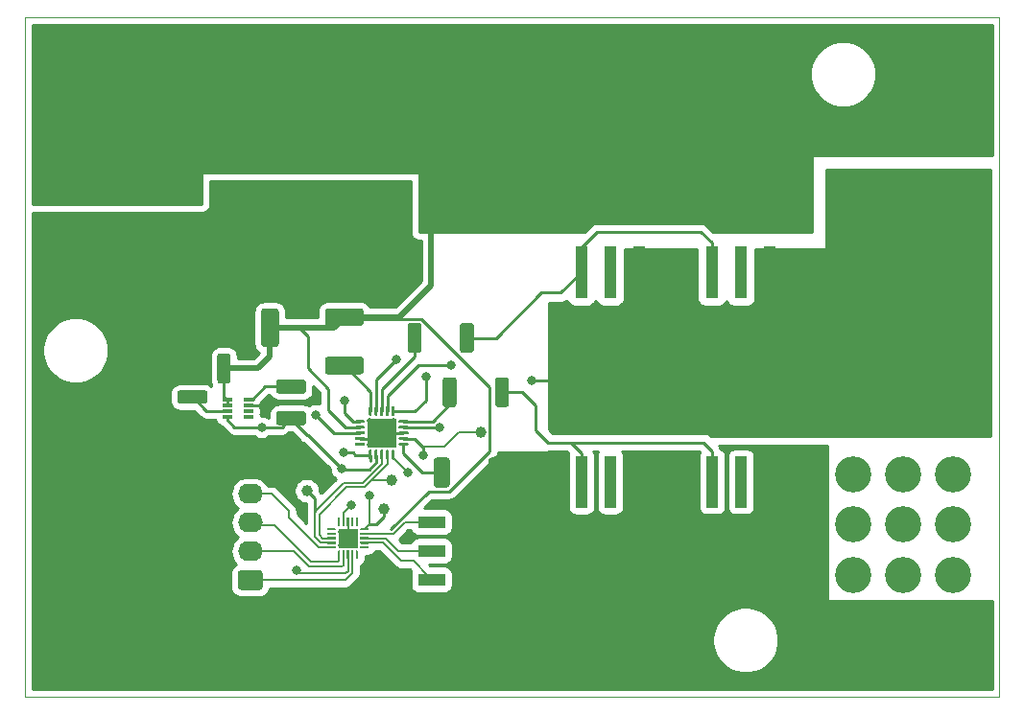
<source format=gbr>
G04 #@! TF.GenerationSoftware,KiCad,Pcbnew,(5.1.9)-1*
G04 #@! TF.CreationDate,2021-06-30T16:08:22-04:00*
G04 #@! TF.ProjectId,Motor Controller 2020,4d6f746f-7220-4436-9f6e-74726f6c6c65,rev?*
G04 #@! TF.SameCoordinates,Original*
G04 #@! TF.FileFunction,Copper,L1,Top*
G04 #@! TF.FilePolarity,Positive*
%FSLAX46Y46*%
G04 Gerber Fmt 4.6, Leading zero omitted, Abs format (unit mm)*
G04 Created by KiCad (PCBNEW (5.1.9)-1) date 2021-06-30 16:08:22*
%MOMM*%
%LPD*%
G01*
G04 APERTURE LIST*
G04 #@! TA.AperFunction,Profile*
%ADD10C,0.050000*%
G04 #@! TD*
G04 #@! TA.AperFunction,ComponentPad*
%ADD11C,3.200000*%
G04 #@! TD*
G04 #@! TA.AperFunction,SMDPad,CuDef*
%ADD12R,2.440000X1.120000*%
G04 #@! TD*
G04 #@! TA.AperFunction,ComponentPad*
%ADD13O,2.190000X1.740000*%
G04 #@! TD*
G04 #@! TA.AperFunction,SMDPad,CuDef*
%ADD14R,1.100000X4.600000*%
G04 #@! TD*
G04 #@! TA.AperFunction,SMDPad,CuDef*
%ADD15R,10.800000X9.400000*%
G04 #@! TD*
G04 #@! TA.AperFunction,SMDPad,CuDef*
%ADD16R,2.600000X2.600000*%
G04 #@! TD*
G04 #@! TA.AperFunction,ComponentPad*
%ADD17C,0.500000*%
G04 #@! TD*
G04 #@! TA.AperFunction,SMDPad,CuDef*
%ADD18C,0.150000*%
G04 #@! TD*
G04 #@! TA.AperFunction,SMDPad,CuDef*
%ADD19R,1.700000X1.700000*%
G04 #@! TD*
G04 #@! TA.AperFunction,SMDPad,CuDef*
%ADD20C,1.000000*%
G04 #@! TD*
G04 #@! TA.AperFunction,SMDPad,CuDef*
%ADD21R,0.850000X0.300000*%
G04 #@! TD*
G04 #@! TA.AperFunction,ViaPad*
%ADD22C,0.800000*%
G04 #@! TD*
G04 #@! TA.AperFunction,Conductor*
%ADD23C,0.250000*%
G04 #@! TD*
G04 #@! TA.AperFunction,Conductor*
%ADD24C,0.200000*%
G04 #@! TD*
G04 #@! TA.AperFunction,Conductor*
%ADD25C,0.508000*%
G04 #@! TD*
G04 #@! TA.AperFunction,Conductor*
%ADD26C,0.254000*%
G04 #@! TD*
G04 #@! TA.AperFunction,Conductor*
%ADD27C,0.150000*%
G04 #@! TD*
G04 APERTURE END LIST*
D10*
X174700000Y-102900000D02*
X174700000Y-42900000D01*
X88700000Y-42900000D02*
X174700000Y-42900000D01*
X88700000Y-102900000D02*
X88700000Y-42900000D01*
X88700000Y-102900000D02*
X174700000Y-102900000D01*
D11*
G04 #@! TO.P,J4,1*
G04 #@! TO.N,MOTOR+*
X166200000Y-65000000D03*
X166200000Y-69435000D03*
X170635000Y-65000000D03*
X166200000Y-60565000D03*
X161765000Y-65000000D03*
X161765000Y-69435000D03*
X161765000Y-60565000D03*
X170635000Y-60565000D03*
X170635000Y-69435000D03*
G04 #@! TD*
D12*
G04 #@! TO.P,SW1,1*
G04 #@! TO.N,GND*
X133205000Y-92540000D03*
G04 #@! TO.P,SW1,4*
G04 #@! TO.N,ADDR_Select_1*
X124595000Y-87460000D03*
G04 #@! TO.P,SW1,2*
G04 #@! TO.N,GND*
X133205000Y-90000000D03*
G04 #@! TO.P,SW1,5*
G04 #@! TO.N,ADDR_Select_2*
X124595000Y-90000000D03*
G04 #@! TO.P,SW1,3*
G04 #@! TO.N,GND*
X133205000Y-87460000D03*
G04 #@! TO.P,SW1,6*
G04 #@! TO.N,ADDR_Select_3*
X124595000Y-92540000D03*
G04 #@! TD*
G04 #@! TO.P,J3,1*
G04 #@! TO.N,A_RESET*
G04 #@! TA.AperFunction,ComponentPad*
G36*
G01*
X109445001Y-93470000D02*
X107754999Y-93470000D01*
G75*
G02*
X107505000Y-93220001I0J249999D01*
G01*
X107505000Y-91979999D01*
G75*
G02*
X107754999Y-91730000I249999J0D01*
G01*
X109445001Y-91730000D01*
G75*
G02*
X109695000Y-91979999I0J-249999D01*
G01*
X109695000Y-93220001D01*
G75*
G02*
X109445001Y-93470000I-249999J0D01*
G01*
G37*
G04 #@! TD.AperFunction*
D13*
G04 #@! TO.P,J3,2*
G04 #@! TO.N,SCK_SCL*
X108600000Y-90060000D03*
G04 #@! TO.P,J3,3*
G04 #@! TO.N,MISO*
X108600000Y-87520000D03*
G04 #@! TO.P,J3,4*
G04 #@! TO.N,SDA_MOSI*
X108600000Y-84980000D03*
G04 #@! TO.P,J3,5*
G04 #@! TO.N,GND*
X108600000Y-82440000D03*
G04 #@! TD*
G04 #@! TO.P,C9,2*
G04 #@! TO.N,GND*
G04 #@! TA.AperFunction,SMDPad,CuDef*
G36*
G01*
X109049997Y-59150000D02*
X118150003Y-59150000D01*
G75*
G02*
X118400000Y-59399997I0J-249997D01*
G01*
X118400000Y-67700003D01*
G75*
G02*
X118150003Y-67950000I-249997J0D01*
G01*
X109049997Y-67950000D01*
G75*
G02*
X108800000Y-67700003I0J249997D01*
G01*
X108800000Y-59399997D01*
G75*
G02*
X109049997Y-59150000I249997J0D01*
G01*
G37*
G04 #@! TD.AperFunction*
G04 #@! TO.P,C9,1*
G04 #@! TO.N,+12V*
G04 #@! TA.AperFunction,SMDPad,CuDef*
G36*
G01*
X109049997Y-45650000D02*
X118150003Y-45650000D01*
G75*
G02*
X118400000Y-45899997I0J-249997D01*
G01*
X118400000Y-54200003D01*
G75*
G02*
X118150003Y-54450000I-249997J0D01*
G01*
X109049997Y-54450000D01*
G75*
G02*
X108800000Y-54200003I0J249997D01*
G01*
X108800000Y-45899997D01*
G75*
G02*
X109049997Y-45650000I249997J0D01*
G01*
G37*
G04 #@! TD.AperFunction*
G04 #@! TD*
D11*
G04 #@! TO.P,J1,1*
G04 #@! TO.N,+12V*
X100828000Y-56135000D03*
X100828000Y-47265000D03*
X91958000Y-47265000D03*
X91958000Y-56135000D03*
X91958000Y-51700000D03*
X96393000Y-47265000D03*
X100828000Y-51700000D03*
X96393000Y-56135000D03*
X96393000Y-51700000D03*
G04 #@! TD*
G04 #@! TO.P,J2,1*
G04 #@! TO.N,GND*
X96400000Y-94100000D03*
X96400000Y-98535000D03*
X100835000Y-94100000D03*
X96400000Y-89665000D03*
X91965000Y-94100000D03*
X91965000Y-98535000D03*
X91965000Y-89665000D03*
X100835000Y-89665000D03*
X100835000Y-98535000D03*
G04 #@! TD*
G04 #@! TO.P,J5,1*
G04 #@! TO.N,MOTOR-*
X170635000Y-92135000D03*
X170635000Y-83265000D03*
X161765000Y-83265000D03*
X161765000Y-92135000D03*
X161765000Y-87700000D03*
X166200000Y-83265000D03*
X170635000Y-87700000D03*
X166200000Y-92135000D03*
X166200000Y-87700000D03*
G04 #@! TD*
D14*
G04 #@! TO.P,Q1,1*
G04 #@! TO.N,Net-(Q1-Pad1)*
X137795000Y-65376000D03*
G04 #@! TO.P,Q1,2*
G04 #@! TO.N,+12V*
X140335000Y-65376000D03*
G04 #@! TO.P,Q1,3*
G04 #@! TO.N,MOTOR+*
X142875000Y-65376000D03*
D15*
G04 #@! TO.P,Q1,2*
G04 #@! TO.N,+12V*
X140335000Y-56226000D03*
G04 #@! TD*
G04 #@! TO.P,Q2,2*
G04 #@! TO.N,MOTOR+*
X140354000Y-74780000D03*
D14*
G04 #@! TO.P,Q2,3*
G04 #@! TO.N,GND*
X142894000Y-83930000D03*
G04 #@! TO.P,Q2,2*
G04 #@! TO.N,MOTOR+*
X140354000Y-83930000D03*
G04 #@! TO.P,Q2,1*
G04 #@! TO.N,Net-(Q2-Pad1)*
X137814000Y-83930000D03*
G04 #@! TD*
D15*
G04 #@! TO.P,Q3,2*
G04 #@! TO.N,+12V*
X151873000Y-56238000D03*
D14*
G04 #@! TO.P,Q3,3*
G04 #@! TO.N,MOTOR+*
X154413000Y-65388000D03*
G04 #@! TO.P,Q3,2*
G04 #@! TO.N,+12V*
X151873000Y-65388000D03*
G04 #@! TO.P,Q3,1*
G04 #@! TO.N,Net-(Q1-Pad1)*
X149333000Y-65388000D03*
G04 #@! TD*
G04 #@! TO.P,Q4,1*
G04 #@! TO.N,Net-(Q2-Pad1)*
X149352000Y-83918000D03*
G04 #@! TO.P,Q4,2*
G04 #@! TO.N,MOTOR+*
X151892000Y-83918000D03*
G04 #@! TO.P,Q4,3*
G04 #@! TO.N,GND*
X154432000Y-83918000D03*
D15*
G04 #@! TO.P,Q4,2*
G04 #@! TO.N,MOTOR+*
X151892000Y-74768000D03*
G04 #@! TD*
G04 #@! TO.P,JP1,1*
G04 #@! TO.N,MOTOR+*
G04 #@! TA.AperFunction,SMDPad,CuDef*
G36*
G01*
X167625001Y-57975000D02*
X164774999Y-57975000D01*
G75*
G02*
X164525000Y-57725001I0J249999D01*
G01*
X164525000Y-56999999D01*
G75*
G02*
X164774999Y-56750000I249999J0D01*
G01*
X167625001Y-56750000D01*
G75*
G02*
X167875000Y-56999999I0J-249999D01*
G01*
X167875000Y-57725001D01*
G75*
G02*
X167625001Y-57975000I-249999J0D01*
G01*
G37*
G04 #@! TD.AperFunction*
G04 #@! TO.P,JP1,2*
G04 #@! TO.N,+12V*
G04 #@! TA.AperFunction,SMDPad,CuDef*
G36*
G01*
X167625001Y-52050000D02*
X164774999Y-52050000D01*
G75*
G02*
X164525000Y-51800001I0J249999D01*
G01*
X164525000Y-51074999D01*
G75*
G02*
X164774999Y-50825000I249999J0D01*
G01*
X167625001Y-50825000D01*
G75*
G02*
X167875000Y-51074999I0J-249999D01*
G01*
X167875000Y-51800001D01*
G75*
G02*
X167625001Y-52050000I-249999J0D01*
G01*
G37*
G04 #@! TD.AperFunction*
G04 #@! TD*
G04 #@! TO.P,R3,1*
G04 #@! TO.N,GHA*
G04 #@! TA.AperFunction,SMDPad,CuDef*
G36*
G01*
X122475000Y-72275001D02*
X122475000Y-70124999D01*
G75*
G02*
X122724999Y-69875000I249999J0D01*
G01*
X123450001Y-69875000D01*
G75*
G02*
X123700000Y-70124999I0J-249999D01*
G01*
X123700000Y-72275001D01*
G75*
G02*
X123450001Y-72525000I-249999J0D01*
G01*
X122724999Y-72525000D01*
G75*
G02*
X122475000Y-72275001I0J249999D01*
G01*
G37*
G04 #@! TD.AperFunction*
G04 #@! TO.P,R3,2*
G04 #@! TO.N,Net-(Q1-Pad1)*
G04 #@! TA.AperFunction,SMDPad,CuDef*
G36*
G01*
X127100000Y-72275001D02*
X127100000Y-70124999D01*
G75*
G02*
X127349999Y-69875000I249999J0D01*
G01*
X128075001Y-69875000D01*
G75*
G02*
X128325000Y-70124999I0J-249999D01*
G01*
X128325000Y-72275001D01*
G75*
G02*
X128075001Y-72525000I-249999J0D01*
G01*
X127349999Y-72525000D01*
G75*
G02*
X127100000Y-72275001I0J249999D01*
G01*
G37*
G04 #@! TD.AperFunction*
G04 #@! TD*
G04 #@! TO.P,R4,2*
G04 #@! TO.N,Net-(Q2-Pad1)*
G04 #@! TA.AperFunction,SMDPad,CuDef*
G36*
G01*
X130200000Y-77075001D02*
X130200000Y-74924999D01*
G75*
G02*
X130449999Y-74675000I249999J0D01*
G01*
X131175001Y-74675000D01*
G75*
G02*
X131425000Y-74924999I0J-249999D01*
G01*
X131425000Y-77075001D01*
G75*
G02*
X131175001Y-77325000I-249999J0D01*
G01*
X130449999Y-77325000D01*
G75*
G02*
X130200000Y-77075001I0J249999D01*
G01*
G37*
G04 #@! TD.AperFunction*
G04 #@! TO.P,R4,1*
G04 #@! TO.N,GLA*
G04 #@! TA.AperFunction,SMDPad,CuDef*
G36*
G01*
X125575000Y-77075001D02*
X125575000Y-74924999D01*
G75*
G02*
X125824999Y-74675000I249999J0D01*
G01*
X126550001Y-74675000D01*
G75*
G02*
X126800000Y-74924999I0J-249999D01*
G01*
X126800000Y-77075001D01*
G75*
G02*
X126550001Y-77325000I-249999J0D01*
G01*
X125824999Y-77325000D01*
G75*
G02*
X125575000Y-77075001I0J249999D01*
G01*
G37*
G04 #@! TD.AperFunction*
G04 #@! TD*
G04 #@! TO.P,C5,1*
G04 #@! TO.N,+12V*
G04 #@! TA.AperFunction,SMDPad,CuDef*
G36*
G01*
X115449998Y-68575000D02*
X118350002Y-68575000D01*
G75*
G02*
X118600000Y-68824998I0J-249998D01*
G01*
X118600000Y-69900002D01*
G75*
G02*
X118350002Y-70150000I-249998J0D01*
G01*
X115449998Y-70150000D01*
G75*
G02*
X115200000Y-69900002I0J249998D01*
G01*
X115200000Y-68824998D01*
G75*
G02*
X115449998Y-68575000I249998J0D01*
G01*
G37*
G04 #@! TD.AperFunction*
G04 #@! TO.P,C5,2*
G04 #@! TO.N,Net-(C5-Pad2)*
G04 #@! TA.AperFunction,SMDPad,CuDef*
G36*
G01*
X115449998Y-72850000D02*
X118350002Y-72850000D01*
G75*
G02*
X118600000Y-73099998I0J-249998D01*
G01*
X118600000Y-74175002D01*
G75*
G02*
X118350002Y-74425000I-249998J0D01*
G01*
X115449998Y-74425000D01*
G75*
G02*
X115200000Y-74175002I0J249998D01*
G01*
X115200000Y-73099998D01*
G75*
G02*
X115449998Y-72850000I249998J0D01*
G01*
G37*
G04 #@! TD.AperFunction*
G04 #@! TD*
G04 #@! TO.P,R1,1*
G04 #@! TO.N,GND*
G04 #@! TA.AperFunction,SMDPad,CuDef*
G36*
G01*
X131000000Y-82024999D02*
X131000000Y-84175001D01*
G75*
G02*
X130750001Y-84425000I-249999J0D01*
G01*
X129849999Y-84425000D01*
G75*
G02*
X129600000Y-84175001I0J249999D01*
G01*
X129600000Y-82024999D01*
G75*
G02*
X129849999Y-81775000I249999J0D01*
G01*
X130750001Y-81775000D01*
G75*
G02*
X131000000Y-82024999I0J-249999D01*
G01*
G37*
G04 #@! TD.AperFunction*
G04 #@! TO.P,R1,2*
G04 #@! TO.N,Net-(R1-Pad2)*
G04 #@! TA.AperFunction,SMDPad,CuDef*
G36*
G01*
X126200000Y-82024999D02*
X126200000Y-84175001D01*
G75*
G02*
X125950001Y-84425000I-249999J0D01*
G01*
X125049999Y-84425000D01*
G75*
G02*
X124800000Y-84175001I0J249999D01*
G01*
X124800000Y-82024999D01*
G75*
G02*
X125049999Y-81775000I249999J0D01*
G01*
X125950001Y-81775000D01*
G75*
G02*
X126200000Y-82024999I0J-249999D01*
G01*
G37*
G04 #@! TD.AperFunction*
G04 #@! TD*
G04 #@! TO.P,U2,1*
G04 #@! TO.N,Net-(R1-Pad2)*
G04 #@! TA.AperFunction,SMDPad,CuDef*
G36*
G01*
X122550000Y-80537500D02*
X122550000Y-80662500D01*
G75*
G02*
X122487500Y-80725000I-62500J0D01*
G01*
X121762500Y-80725000D01*
G75*
G02*
X121700000Y-80662500I0J62500D01*
G01*
X121700000Y-80537500D01*
G75*
G02*
X121762500Y-80475000I62500J0D01*
G01*
X122487500Y-80475000D01*
G75*
G02*
X122550000Y-80537500I0J-62500D01*
G01*
G37*
G04 #@! TD.AperFunction*
G04 #@! TO.P,U2,2*
G04 #@! TO.N,Mode*
G04 #@! TA.AperFunction,SMDPad,CuDef*
G36*
G01*
X122550000Y-80037500D02*
X122550000Y-80162500D01*
G75*
G02*
X122487500Y-80225000I-62500J0D01*
G01*
X121762500Y-80225000D01*
G75*
G02*
X121700000Y-80162500I0J62500D01*
G01*
X121700000Y-80037500D01*
G75*
G02*
X121762500Y-79975000I62500J0D01*
G01*
X122487500Y-79975000D01*
G75*
G02*
X122550000Y-80037500I0J-62500D01*
G01*
G37*
G04 #@! TD.AperFunction*
G04 #@! TO.P,U2,3*
G04 #@! TO.N,GND*
G04 #@! TA.AperFunction,SMDPad,CuDef*
G36*
G01*
X122550000Y-79537500D02*
X122550000Y-79662500D01*
G75*
G02*
X122487500Y-79725000I-62500J0D01*
G01*
X121762500Y-79725000D01*
G75*
G02*
X121700000Y-79662500I0J62500D01*
G01*
X121700000Y-79537500D01*
G75*
G02*
X121762500Y-79475000I62500J0D01*
G01*
X122487500Y-79475000D01*
G75*
G02*
X122550000Y-79537500I0J-62500D01*
G01*
G37*
G04 #@! TD.AperFunction*
G04 #@! TO.P,U2,4*
G04 #@! TO.N,GLB*
G04 #@! TA.AperFunction,SMDPad,CuDef*
G36*
G01*
X122550000Y-79037500D02*
X122550000Y-79162500D01*
G75*
G02*
X122487500Y-79225000I-62500J0D01*
G01*
X121762500Y-79225000D01*
G75*
G02*
X121700000Y-79162500I0J62500D01*
G01*
X121700000Y-79037500D01*
G75*
G02*
X121762500Y-78975000I62500J0D01*
G01*
X122487500Y-78975000D01*
G75*
G02*
X122550000Y-79037500I0J-62500D01*
G01*
G37*
G04 #@! TD.AperFunction*
G04 #@! TO.P,U2,5*
G04 #@! TO.N,GLA*
G04 #@! TA.AperFunction,SMDPad,CuDef*
G36*
G01*
X122550000Y-78537500D02*
X122550000Y-78662500D01*
G75*
G02*
X122487500Y-78725000I-62500J0D01*
G01*
X121762500Y-78725000D01*
G75*
G02*
X121700000Y-78662500I0J62500D01*
G01*
X121700000Y-78537500D01*
G75*
G02*
X121762500Y-78475000I62500J0D01*
G01*
X122487500Y-78475000D01*
G75*
G02*
X122550000Y-78537500I0J-62500D01*
G01*
G37*
G04 #@! TD.AperFunction*
G04 #@! TO.P,U2,6*
G04 #@! TO.N,GHB*
G04 #@! TA.AperFunction,SMDPad,CuDef*
G36*
G01*
X121325000Y-77312500D02*
X121325000Y-78037500D01*
G75*
G02*
X121262500Y-78100000I-62500J0D01*
G01*
X121137500Y-78100000D01*
G75*
G02*
X121075000Y-78037500I0J62500D01*
G01*
X121075000Y-77312500D01*
G75*
G02*
X121137500Y-77250000I62500J0D01*
G01*
X121262500Y-77250000D01*
G75*
G02*
X121325000Y-77312500I0J-62500D01*
G01*
G37*
G04 #@! TD.AperFunction*
G04 #@! TO.P,U2,7*
G04 #@! TO.N,MOTOR-*
G04 #@! TA.AperFunction,SMDPad,CuDef*
G36*
G01*
X120825000Y-77312500D02*
X120825000Y-78037500D01*
G75*
G02*
X120762500Y-78100000I-62500J0D01*
G01*
X120637500Y-78100000D01*
G75*
G02*
X120575000Y-78037500I0J62500D01*
G01*
X120575000Y-77312500D01*
G75*
G02*
X120637500Y-77250000I62500J0D01*
G01*
X120762500Y-77250000D01*
G75*
G02*
X120825000Y-77312500I0J-62500D01*
G01*
G37*
G04 #@! TD.AperFunction*
G04 #@! TO.P,U2,8*
G04 #@! TO.N,GHA*
G04 #@! TA.AperFunction,SMDPad,CuDef*
G36*
G01*
X120325000Y-77312500D02*
X120325000Y-78037500D01*
G75*
G02*
X120262500Y-78100000I-62500J0D01*
G01*
X120137500Y-78100000D01*
G75*
G02*
X120075000Y-78037500I0J62500D01*
G01*
X120075000Y-77312500D01*
G75*
G02*
X120137500Y-77250000I62500J0D01*
G01*
X120262500Y-77250000D01*
G75*
G02*
X120325000Y-77312500I0J-62500D01*
G01*
G37*
G04 #@! TD.AperFunction*
G04 #@! TO.P,U2,9*
G04 #@! TO.N,MOTOR+*
G04 #@! TA.AperFunction,SMDPad,CuDef*
G36*
G01*
X119825000Y-77312500D02*
X119825000Y-78037500D01*
G75*
G02*
X119762500Y-78100000I-62500J0D01*
G01*
X119637500Y-78100000D01*
G75*
G02*
X119575000Y-78037500I0J62500D01*
G01*
X119575000Y-77312500D01*
G75*
G02*
X119637500Y-77250000I62500J0D01*
G01*
X119762500Y-77250000D01*
G75*
G02*
X119825000Y-77312500I0J-62500D01*
G01*
G37*
G04 #@! TD.AperFunction*
G04 #@! TO.P,U2,10*
G04 #@! TO.N,Net-(C5-Pad2)*
G04 #@! TA.AperFunction,SMDPad,CuDef*
G36*
G01*
X119325000Y-77312500D02*
X119325000Y-78037500D01*
G75*
G02*
X119262500Y-78100000I-62500J0D01*
G01*
X119137500Y-78100000D01*
G75*
G02*
X119075000Y-78037500I0J62500D01*
G01*
X119075000Y-77312500D01*
G75*
G02*
X119137500Y-77250000I62500J0D01*
G01*
X119262500Y-77250000D01*
G75*
G02*
X119325000Y-77312500I0J-62500D01*
G01*
G37*
G04 #@! TD.AperFunction*
G04 #@! TO.P,U2,11*
G04 #@! TO.N,Net-(C3-Pad2)*
G04 #@! TA.AperFunction,SMDPad,CuDef*
G36*
G01*
X118700000Y-78537500D02*
X118700000Y-78662500D01*
G75*
G02*
X118637500Y-78725000I-62500J0D01*
G01*
X117912500Y-78725000D01*
G75*
G02*
X117850000Y-78662500I0J62500D01*
G01*
X117850000Y-78537500D01*
G75*
G02*
X117912500Y-78475000I62500J0D01*
G01*
X118637500Y-78475000D01*
G75*
G02*
X118700000Y-78537500I0J-62500D01*
G01*
G37*
G04 #@! TD.AperFunction*
G04 #@! TO.P,U2,12*
G04 #@! TO.N,+12V*
G04 #@! TA.AperFunction,SMDPad,CuDef*
G36*
G01*
X118700000Y-79037500D02*
X118700000Y-79162500D01*
G75*
G02*
X118637500Y-79225000I-62500J0D01*
G01*
X117912500Y-79225000D01*
G75*
G02*
X117850000Y-79162500I0J62500D01*
G01*
X117850000Y-79037500D01*
G75*
G02*
X117912500Y-78975000I62500J0D01*
G01*
X118637500Y-78975000D01*
G75*
G02*
X118700000Y-79037500I0J-62500D01*
G01*
G37*
G04 #@! TD.AperFunction*
G04 #@! TO.P,U2,13*
G04 #@! TO.N,Net-(C3-Pad1)*
G04 #@! TA.AperFunction,SMDPad,CuDef*
G36*
G01*
X118700000Y-79537500D02*
X118700000Y-79662500D01*
G75*
G02*
X118637500Y-79725000I-62500J0D01*
G01*
X117912500Y-79725000D01*
G75*
G02*
X117850000Y-79662500I0J62500D01*
G01*
X117850000Y-79537500D01*
G75*
G02*
X117912500Y-79475000I62500J0D01*
G01*
X118637500Y-79475000D01*
G75*
G02*
X118700000Y-79537500I0J-62500D01*
G01*
G37*
G04 #@! TD.AperFunction*
G04 #@! TO.P,U2,14*
G04 #@! TO.N,GND*
G04 #@! TA.AperFunction,SMDPad,CuDef*
G36*
G01*
X118700000Y-80037500D02*
X118700000Y-80162500D01*
G75*
G02*
X118637500Y-80225000I-62500J0D01*
G01*
X117912500Y-80225000D01*
G75*
G02*
X117850000Y-80162500I0J62500D01*
G01*
X117850000Y-80037500D01*
G75*
G02*
X117912500Y-79975000I62500J0D01*
G01*
X118637500Y-79975000D01*
G75*
G02*
X118700000Y-80037500I0J-62500D01*
G01*
G37*
G04 #@! TD.AperFunction*
G04 #@! TO.P,U2,15*
G04 #@! TO.N,Net-(U2-Pad15)*
G04 #@! TA.AperFunction,SMDPad,CuDef*
G36*
G01*
X118700000Y-80537500D02*
X118700000Y-80662500D01*
G75*
G02*
X118637500Y-80725000I-62500J0D01*
G01*
X117912500Y-80725000D01*
G75*
G02*
X117850000Y-80662500I0J62500D01*
G01*
X117850000Y-80537500D01*
G75*
G02*
X117912500Y-80475000I62500J0D01*
G01*
X118637500Y-80475000D01*
G75*
G02*
X118700000Y-80537500I0J-62500D01*
G01*
G37*
G04 #@! TD.AperFunction*
G04 #@! TO.P,U2,16*
G04 #@! TO.N,Fault*
G04 #@! TA.AperFunction,SMDPad,CuDef*
G36*
G01*
X119325000Y-81162500D02*
X119325000Y-81887500D01*
G75*
G02*
X119262500Y-81950000I-62500J0D01*
G01*
X119137500Y-81950000D01*
G75*
G02*
X119075000Y-81887500I0J62500D01*
G01*
X119075000Y-81162500D01*
G75*
G02*
X119137500Y-81100000I62500J0D01*
G01*
X119262500Y-81100000D01*
G75*
G02*
X119325000Y-81162500I0J-62500D01*
G01*
G37*
G04 #@! TD.AperFunction*
G04 #@! TO.P,U2,17*
G04 #@! TO.N,+5V*
G04 #@! TA.AperFunction,SMDPad,CuDef*
G36*
G01*
X119825000Y-81162500D02*
X119825000Y-81887500D01*
G75*
G02*
X119762500Y-81950000I-62500J0D01*
G01*
X119637500Y-81950000D01*
G75*
G02*
X119575000Y-81887500I0J62500D01*
G01*
X119575000Y-81162500D01*
G75*
G02*
X119637500Y-81100000I62500J0D01*
G01*
X119762500Y-81100000D01*
G75*
G02*
X119825000Y-81162500I0J-62500D01*
G01*
G37*
G04 #@! TD.AperFunction*
G04 #@! TO.P,U2,18*
G04 #@! TO.N,PWM*
G04 #@! TA.AperFunction,SMDPad,CuDef*
G36*
G01*
X120325000Y-81162500D02*
X120325000Y-81887500D01*
G75*
G02*
X120262500Y-81950000I-62500J0D01*
G01*
X120137500Y-81950000D01*
G75*
G02*
X120075000Y-81887500I0J62500D01*
G01*
X120075000Y-81162500D01*
G75*
G02*
X120137500Y-81100000I62500J0D01*
G01*
X120262500Y-81100000D01*
G75*
G02*
X120325000Y-81162500I0J-62500D01*
G01*
G37*
G04 #@! TD.AperFunction*
G04 #@! TO.P,U2,19*
G04 #@! TO.N,Dir*
G04 #@! TA.AperFunction,SMDPad,CuDef*
G36*
G01*
X120825000Y-81162500D02*
X120825000Y-81887500D01*
G75*
G02*
X120762500Y-81950000I-62500J0D01*
G01*
X120637500Y-81950000D01*
G75*
G02*
X120575000Y-81887500I0J62500D01*
G01*
X120575000Y-81162500D01*
G75*
G02*
X120637500Y-81100000I62500J0D01*
G01*
X120762500Y-81100000D01*
G75*
G02*
X120825000Y-81162500I0J-62500D01*
G01*
G37*
G04 #@! TD.AperFunction*
G04 #@! TO.P,U2,20*
G04 #@! TO.N,Net-(C6-Pad1)*
G04 #@! TA.AperFunction,SMDPad,CuDef*
G36*
G01*
X121325000Y-81162500D02*
X121325000Y-81887500D01*
G75*
G02*
X121262500Y-81950000I-62500J0D01*
G01*
X121137500Y-81950000D01*
G75*
G02*
X121075000Y-81887500I0J62500D01*
G01*
X121075000Y-81162500D01*
G75*
G02*
X121137500Y-81100000I62500J0D01*
G01*
X121262500Y-81100000D01*
G75*
G02*
X121325000Y-81162500I0J-62500D01*
G01*
G37*
G04 #@! TD.AperFunction*
D16*
G04 #@! TO.P,U2,21*
G04 #@! TO.N,GND*
X120200000Y-79600000D03*
D17*
X121250000Y-80650000D03*
X119150000Y-80650000D03*
X121250000Y-78550000D03*
X119150000Y-78550000D03*
G04 #@! TD*
G04 #@! TO.P,C4,1*
G04 #@! TO.N,GND*
G04 #@! TA.AperFunction,SMDPad,CuDef*
G36*
G01*
X105275000Y-71750002D02*
X105275000Y-68849998D01*
G75*
G02*
X105524998Y-68600000I249998J0D01*
G01*
X106600002Y-68600000D01*
G75*
G02*
X106850000Y-68849998I0J-249998D01*
G01*
X106850000Y-71750002D01*
G75*
G02*
X106600002Y-72000000I-249998J0D01*
G01*
X105524998Y-72000000D01*
G75*
G02*
X105275000Y-71750002I0J249998D01*
G01*
G37*
G04 #@! TD.AperFunction*
G04 #@! TO.P,C4,2*
G04 #@! TO.N,+12V*
G04 #@! TA.AperFunction,SMDPad,CuDef*
G36*
G01*
X109550000Y-71750002D02*
X109550000Y-68849998D01*
G75*
G02*
X109799998Y-68600000I249998J0D01*
G01*
X110875002Y-68600000D01*
G75*
G02*
X111125000Y-68849998I0J-249998D01*
G01*
X111125000Y-71750002D01*
G75*
G02*
X110875002Y-72000000I-249998J0D01*
G01*
X109799998Y-72000000D01*
G75*
G02*
X109550000Y-71750002I0J249998D01*
G01*
G37*
G04 #@! TD.AperFunction*
G04 #@! TD*
G04 #@! TA.AperFunction,SMDPad,CuDef*
D18*
G04 #@! TO.P,U3,1*
G04 #@! TO.N,Net-(U3-Pad1)*
G36*
X118361956Y-89799039D02*
G01*
X118352577Y-89796194D01*
X118343932Y-89791573D01*
X118336356Y-89785355D01*
X118285645Y-89734644D01*
X118279427Y-89727068D01*
X118274806Y-89718423D01*
X118271961Y-89709044D01*
X118271000Y-89699289D01*
X118271000Y-89650000D01*
X118271961Y-89640245D01*
X118274806Y-89630866D01*
X118279427Y-89622221D01*
X118285645Y-89614645D01*
X118293221Y-89608427D01*
X118301866Y-89603806D01*
X118311245Y-89600961D01*
X118321000Y-89600000D01*
X119021000Y-89600000D01*
X119030755Y-89600961D01*
X119040134Y-89603806D01*
X119048779Y-89608427D01*
X119056355Y-89614645D01*
X119062573Y-89622221D01*
X119067194Y-89630866D01*
X119070039Y-89640245D01*
X119071000Y-89650000D01*
X119071000Y-89750000D01*
X119070039Y-89759755D01*
X119067194Y-89769134D01*
X119062573Y-89777779D01*
X119056355Y-89785355D01*
X119048779Y-89791573D01*
X119040134Y-89796194D01*
X119030755Y-89799039D01*
X119021000Y-89800000D01*
X118371711Y-89800000D01*
X118361956Y-89799039D01*
G37*
G04 #@! TD.AperFunction*
G04 #@! TO.P,U3,2*
G04 #@! TO.N,ADDR_Select_3*
G04 #@! TA.AperFunction,SMDPad,CuDef*
G36*
G01*
X119071000Y-89250000D02*
X119071000Y-89350000D01*
G75*
G02*
X119021000Y-89400000I-50000J0D01*
G01*
X118321000Y-89400000D01*
G75*
G02*
X118271000Y-89350000I0J50000D01*
G01*
X118271000Y-89250000D01*
G75*
G02*
X118321000Y-89200000I50000J0D01*
G01*
X119021000Y-89200000D01*
G75*
G02*
X119071000Y-89250000I0J-50000D01*
G01*
G37*
G04 #@! TD.AperFunction*
G04 #@! TO.P,U3,3*
G04 #@! TO.N,ADDR_Select_2*
G04 #@! TA.AperFunction,SMDPad,CuDef*
G36*
G01*
X119071000Y-88850000D02*
X119071000Y-88950000D01*
G75*
G02*
X119021000Y-89000000I-50000J0D01*
G01*
X118321000Y-89000000D01*
G75*
G02*
X118271000Y-88950000I0J50000D01*
G01*
X118271000Y-88850000D01*
G75*
G02*
X118321000Y-88800000I50000J0D01*
G01*
X119021000Y-88800000D01*
G75*
G02*
X119071000Y-88850000I0J-50000D01*
G01*
G37*
G04 #@! TD.AperFunction*
G04 #@! TO.P,U3,4*
G04 #@! TO.N,ADDR_Select_1*
G04 #@! TA.AperFunction,SMDPad,CuDef*
G36*
G01*
X119071000Y-88450000D02*
X119071000Y-88550000D01*
G75*
G02*
X119021000Y-88600000I-50000J0D01*
G01*
X118321000Y-88600000D01*
G75*
G02*
X118271000Y-88550000I0J50000D01*
G01*
X118271000Y-88450000D01*
G75*
G02*
X118321000Y-88400000I50000J0D01*
G01*
X119021000Y-88400000D01*
G75*
G02*
X119071000Y-88450000I0J-50000D01*
G01*
G37*
G04 #@! TD.AperFunction*
G04 #@! TA.AperFunction,SMDPad,CuDef*
G04 #@! TO.P,U3,5*
G04 #@! TO.N,Fault*
G36*
X118311245Y-88199039D02*
G01*
X118301866Y-88196194D01*
X118293221Y-88191573D01*
X118285645Y-88185355D01*
X118279427Y-88177779D01*
X118274806Y-88169134D01*
X118271961Y-88159755D01*
X118271000Y-88150000D01*
X118271000Y-88100711D01*
X118271961Y-88090956D01*
X118274806Y-88081577D01*
X118279427Y-88072932D01*
X118285645Y-88065356D01*
X118336356Y-88014645D01*
X118343932Y-88008427D01*
X118352577Y-88003806D01*
X118361956Y-88000961D01*
X118371711Y-88000000D01*
X119021000Y-88000000D01*
X119030755Y-88000961D01*
X119040134Y-88003806D01*
X119048779Y-88008427D01*
X119056355Y-88014645D01*
X119062573Y-88022221D01*
X119067194Y-88030866D01*
X119070039Y-88040245D01*
X119071000Y-88050000D01*
X119071000Y-88150000D01*
X119070039Y-88159755D01*
X119067194Y-88169134D01*
X119062573Y-88177779D01*
X119056355Y-88185355D01*
X119048779Y-88191573D01*
X119040134Y-88196194D01*
X119030755Y-88199039D01*
X119021000Y-88200000D01*
X118321000Y-88200000D01*
X118311245Y-88199039D01*
G37*
G04 #@! TD.AperFunction*
G04 #@! TA.AperFunction,SMDPad,CuDef*
G04 #@! TO.P,U3,6*
G04 #@! TO.N,Net-(U3-Pad6)*
G36*
X117961245Y-87849039D02*
G01*
X117951866Y-87846194D01*
X117943221Y-87841573D01*
X117935645Y-87835355D01*
X117929427Y-87827779D01*
X117924806Y-87819134D01*
X117921961Y-87809755D01*
X117921000Y-87800000D01*
X117921000Y-87100000D01*
X117921961Y-87090245D01*
X117924806Y-87080866D01*
X117929427Y-87072221D01*
X117935645Y-87064645D01*
X117943221Y-87058427D01*
X117951866Y-87053806D01*
X117961245Y-87050961D01*
X117971000Y-87050000D01*
X118071000Y-87050000D01*
X118080755Y-87050961D01*
X118090134Y-87053806D01*
X118098779Y-87058427D01*
X118106355Y-87064645D01*
X118112573Y-87072221D01*
X118117194Y-87080866D01*
X118120039Y-87090245D01*
X118121000Y-87100000D01*
X118121000Y-87749289D01*
X118120039Y-87759044D01*
X118117194Y-87768423D01*
X118112573Y-87777068D01*
X118106355Y-87784644D01*
X118055644Y-87835355D01*
X118048068Y-87841573D01*
X118039423Y-87846194D01*
X118030044Y-87849039D01*
X118020289Y-87850000D01*
X117971000Y-87850000D01*
X117961245Y-87849039D01*
G37*
G04 #@! TD.AperFunction*
G04 #@! TO.P,U3,7*
G04 #@! TO.N,Net-(U3-Pad7)*
G04 #@! TA.AperFunction,SMDPad,CuDef*
G36*
G01*
X117721000Y-87100000D02*
X117721000Y-87800000D01*
G75*
G02*
X117671000Y-87850000I-50000J0D01*
G01*
X117571000Y-87850000D01*
G75*
G02*
X117521000Y-87800000I0J50000D01*
G01*
X117521000Y-87100000D01*
G75*
G02*
X117571000Y-87050000I50000J0D01*
G01*
X117671000Y-87050000D01*
G75*
G02*
X117721000Y-87100000I0J-50000D01*
G01*
G37*
G04 #@! TD.AperFunction*
G04 #@! TO.P,U3,8*
G04 #@! TO.N,GND*
G04 #@! TA.AperFunction,SMDPad,CuDef*
G36*
G01*
X117321000Y-87100000D02*
X117321000Y-87800000D01*
G75*
G02*
X117271000Y-87850000I-50000J0D01*
G01*
X117171000Y-87850000D01*
G75*
G02*
X117121000Y-87800000I0J50000D01*
G01*
X117121000Y-87100000D01*
G75*
G02*
X117171000Y-87050000I50000J0D01*
G01*
X117271000Y-87050000D01*
G75*
G02*
X117321000Y-87100000I0J-50000D01*
G01*
G37*
G04 #@! TD.AperFunction*
G04 #@! TO.P,U3,9*
G04 #@! TO.N,Mode*
G04 #@! TA.AperFunction,SMDPad,CuDef*
G36*
G01*
X116921000Y-87100000D02*
X116921000Y-87800000D01*
G75*
G02*
X116871000Y-87850000I-50000J0D01*
G01*
X116771000Y-87850000D01*
G75*
G02*
X116721000Y-87800000I0J50000D01*
G01*
X116721000Y-87100000D01*
G75*
G02*
X116771000Y-87050000I50000J0D01*
G01*
X116871000Y-87050000D01*
G75*
G02*
X116921000Y-87100000I0J-50000D01*
G01*
G37*
G04 #@! TD.AperFunction*
G04 #@! TA.AperFunction,SMDPad,CuDef*
G04 #@! TO.P,U3,10*
G04 #@! TO.N,Net-(U3-Pad10)*
G36*
X116411956Y-87849039D02*
G01*
X116402577Y-87846194D01*
X116393932Y-87841573D01*
X116386356Y-87835355D01*
X116335645Y-87784644D01*
X116329427Y-87777068D01*
X116324806Y-87768423D01*
X116321961Y-87759044D01*
X116321000Y-87749289D01*
X116321000Y-87100000D01*
X116321961Y-87090245D01*
X116324806Y-87080866D01*
X116329427Y-87072221D01*
X116335645Y-87064645D01*
X116343221Y-87058427D01*
X116351866Y-87053806D01*
X116361245Y-87050961D01*
X116371000Y-87050000D01*
X116471000Y-87050000D01*
X116480755Y-87050961D01*
X116490134Y-87053806D01*
X116498779Y-87058427D01*
X116506355Y-87064645D01*
X116512573Y-87072221D01*
X116517194Y-87080866D01*
X116520039Y-87090245D01*
X116521000Y-87100000D01*
X116521000Y-87800000D01*
X116520039Y-87809755D01*
X116517194Y-87819134D01*
X116512573Y-87827779D01*
X116506355Y-87835355D01*
X116498779Y-87841573D01*
X116490134Y-87846194D01*
X116480755Y-87849039D01*
X116471000Y-87850000D01*
X116421711Y-87850000D01*
X116411956Y-87849039D01*
G37*
G04 #@! TD.AperFunction*
G04 #@! TA.AperFunction,SMDPad,CuDef*
G04 #@! TO.P,U3,11*
G04 #@! TO.N,Net-(U3-Pad11)*
G36*
X115411245Y-88199039D02*
G01*
X115401866Y-88196194D01*
X115393221Y-88191573D01*
X115385645Y-88185355D01*
X115379427Y-88177779D01*
X115374806Y-88169134D01*
X115371961Y-88159755D01*
X115371000Y-88150000D01*
X115371000Y-88050000D01*
X115371961Y-88040245D01*
X115374806Y-88030866D01*
X115379427Y-88022221D01*
X115385645Y-88014645D01*
X115393221Y-88008427D01*
X115401866Y-88003806D01*
X115411245Y-88000961D01*
X115421000Y-88000000D01*
X116070289Y-88000000D01*
X116080044Y-88000961D01*
X116089423Y-88003806D01*
X116098068Y-88008427D01*
X116105644Y-88014645D01*
X116156355Y-88065356D01*
X116162573Y-88072932D01*
X116167194Y-88081577D01*
X116170039Y-88090956D01*
X116171000Y-88100711D01*
X116171000Y-88150000D01*
X116170039Y-88159755D01*
X116167194Y-88169134D01*
X116162573Y-88177779D01*
X116156355Y-88185355D01*
X116148779Y-88191573D01*
X116140134Y-88196194D01*
X116130755Y-88199039D01*
X116121000Y-88200000D01*
X115421000Y-88200000D01*
X115411245Y-88199039D01*
G37*
G04 #@! TD.AperFunction*
G04 #@! TO.P,U3,12*
G04 #@! TO.N,Net-(U3-Pad12)*
G04 #@! TA.AperFunction,SMDPad,CuDef*
G36*
G01*
X116171000Y-88450000D02*
X116171000Y-88550000D01*
G75*
G02*
X116121000Y-88600000I-50000J0D01*
G01*
X115421000Y-88600000D01*
G75*
G02*
X115371000Y-88550000I0J50000D01*
G01*
X115371000Y-88450000D01*
G75*
G02*
X115421000Y-88400000I50000J0D01*
G01*
X116121000Y-88400000D01*
G75*
G02*
X116171000Y-88450000I0J-50000D01*
G01*
G37*
G04 #@! TD.AperFunction*
G04 #@! TO.P,U3,13*
G04 #@! TO.N,Dir*
G04 #@! TA.AperFunction,SMDPad,CuDef*
G36*
G01*
X116171000Y-88850000D02*
X116171000Y-88950000D01*
G75*
G02*
X116121000Y-89000000I-50000J0D01*
G01*
X115421000Y-89000000D01*
G75*
G02*
X115371000Y-88950000I0J50000D01*
G01*
X115371000Y-88850000D01*
G75*
G02*
X115421000Y-88800000I50000J0D01*
G01*
X116121000Y-88800000D01*
G75*
G02*
X116171000Y-88850000I0J-50000D01*
G01*
G37*
G04 #@! TD.AperFunction*
G04 #@! TO.P,U3,14*
G04 #@! TO.N,PWM*
G04 #@! TA.AperFunction,SMDPad,CuDef*
G36*
G01*
X116171000Y-89250000D02*
X116171000Y-89350000D01*
G75*
G02*
X116121000Y-89400000I-50000J0D01*
G01*
X115421000Y-89400000D01*
G75*
G02*
X115371000Y-89350000I0J50000D01*
G01*
X115371000Y-89250000D01*
G75*
G02*
X115421000Y-89200000I50000J0D01*
G01*
X116121000Y-89200000D01*
G75*
G02*
X116171000Y-89250000I0J-50000D01*
G01*
G37*
G04 #@! TD.AperFunction*
G04 #@! TA.AperFunction,SMDPad,CuDef*
G04 #@! TO.P,U3,15*
G04 #@! TO.N,SDA_MOSI*
G36*
X115411245Y-89799039D02*
G01*
X115401866Y-89796194D01*
X115393221Y-89791573D01*
X115385645Y-89785355D01*
X115379427Y-89777779D01*
X115374806Y-89769134D01*
X115371961Y-89759755D01*
X115371000Y-89750000D01*
X115371000Y-89650000D01*
X115371961Y-89640245D01*
X115374806Y-89630866D01*
X115379427Y-89622221D01*
X115385645Y-89614645D01*
X115393221Y-89608427D01*
X115401866Y-89603806D01*
X115411245Y-89600961D01*
X115421000Y-89600000D01*
X116121000Y-89600000D01*
X116130755Y-89600961D01*
X116140134Y-89603806D01*
X116148779Y-89608427D01*
X116156355Y-89614645D01*
X116162573Y-89622221D01*
X116167194Y-89630866D01*
X116170039Y-89640245D01*
X116171000Y-89650000D01*
X116171000Y-89699289D01*
X116170039Y-89709044D01*
X116167194Y-89718423D01*
X116162573Y-89727068D01*
X116156355Y-89734644D01*
X116105644Y-89785355D01*
X116098068Y-89791573D01*
X116089423Y-89796194D01*
X116080044Y-89799039D01*
X116070289Y-89800000D01*
X115421000Y-89800000D01*
X115411245Y-89799039D01*
G37*
G04 #@! TD.AperFunction*
G04 #@! TA.AperFunction,SMDPad,CuDef*
G04 #@! TO.P,U3,16*
G04 #@! TO.N,MISO*
G36*
X116361245Y-90749039D02*
G01*
X116351866Y-90746194D01*
X116343221Y-90741573D01*
X116335645Y-90735355D01*
X116329427Y-90727779D01*
X116324806Y-90719134D01*
X116321961Y-90709755D01*
X116321000Y-90700000D01*
X116321000Y-90050711D01*
X116321961Y-90040956D01*
X116324806Y-90031577D01*
X116329427Y-90022932D01*
X116335645Y-90015356D01*
X116386356Y-89964645D01*
X116393932Y-89958427D01*
X116402577Y-89953806D01*
X116411956Y-89950961D01*
X116421711Y-89950000D01*
X116471000Y-89950000D01*
X116480755Y-89950961D01*
X116490134Y-89953806D01*
X116498779Y-89958427D01*
X116506355Y-89964645D01*
X116512573Y-89972221D01*
X116517194Y-89980866D01*
X116520039Y-89990245D01*
X116521000Y-90000000D01*
X116521000Y-90700000D01*
X116520039Y-90709755D01*
X116517194Y-90719134D01*
X116512573Y-90727779D01*
X116506355Y-90735355D01*
X116498779Y-90741573D01*
X116490134Y-90746194D01*
X116480755Y-90749039D01*
X116471000Y-90750000D01*
X116371000Y-90750000D01*
X116361245Y-90749039D01*
G37*
G04 #@! TD.AperFunction*
G04 #@! TO.P,U3,17*
G04 #@! TO.N,SCK_SCL*
G04 #@! TA.AperFunction,SMDPad,CuDef*
G36*
G01*
X116921000Y-90000000D02*
X116921000Y-90700000D01*
G75*
G02*
X116871000Y-90750000I-50000J0D01*
G01*
X116771000Y-90750000D01*
G75*
G02*
X116721000Y-90700000I0J50000D01*
G01*
X116721000Y-90000000D01*
G75*
G02*
X116771000Y-89950000I50000J0D01*
G01*
X116871000Y-89950000D01*
G75*
G02*
X116921000Y-90000000I0J-50000D01*
G01*
G37*
G04 #@! TD.AperFunction*
G04 #@! TO.P,U3,18*
G04 #@! TO.N,+5V*
G04 #@! TA.AperFunction,SMDPad,CuDef*
G36*
G01*
X117321000Y-90000000D02*
X117321000Y-90700000D01*
G75*
G02*
X117271000Y-90750000I-50000J0D01*
G01*
X117171000Y-90750000D01*
G75*
G02*
X117121000Y-90700000I0J50000D01*
G01*
X117121000Y-90000000D01*
G75*
G02*
X117171000Y-89950000I50000J0D01*
G01*
X117271000Y-89950000D01*
G75*
G02*
X117321000Y-90000000I0J-50000D01*
G01*
G37*
G04 #@! TD.AperFunction*
G04 #@! TO.P,U3,19*
G04 #@! TO.N,A_RESET*
G04 #@! TA.AperFunction,SMDPad,CuDef*
G36*
G01*
X117721000Y-90000000D02*
X117721000Y-90700000D01*
G75*
G02*
X117671000Y-90750000I-50000J0D01*
G01*
X117571000Y-90750000D01*
G75*
G02*
X117521000Y-90700000I0J50000D01*
G01*
X117521000Y-90000000D01*
G75*
G02*
X117571000Y-89950000I50000J0D01*
G01*
X117671000Y-89950000D01*
G75*
G02*
X117721000Y-90000000I0J-50000D01*
G01*
G37*
G04 #@! TD.AperFunction*
G04 #@! TA.AperFunction,SMDPad,CuDef*
G04 #@! TO.P,U3,20*
G04 #@! TO.N,Net-(U3-Pad20)*
G36*
X117961245Y-90749039D02*
G01*
X117951866Y-90746194D01*
X117943221Y-90741573D01*
X117935645Y-90735355D01*
X117929427Y-90727779D01*
X117924806Y-90719134D01*
X117921961Y-90709755D01*
X117921000Y-90700000D01*
X117921000Y-90000000D01*
X117921961Y-89990245D01*
X117924806Y-89980866D01*
X117929427Y-89972221D01*
X117935645Y-89964645D01*
X117943221Y-89958427D01*
X117951866Y-89953806D01*
X117961245Y-89950961D01*
X117971000Y-89950000D01*
X118020289Y-89950000D01*
X118030044Y-89950961D01*
X118039423Y-89953806D01*
X118048068Y-89958427D01*
X118055644Y-89964645D01*
X118106355Y-90015356D01*
X118112573Y-90022932D01*
X118117194Y-90031577D01*
X118120039Y-90040956D01*
X118121000Y-90050711D01*
X118121000Y-90700000D01*
X118120039Y-90709755D01*
X118117194Y-90719134D01*
X118112573Y-90727779D01*
X118106355Y-90735355D01*
X118098779Y-90741573D01*
X118090134Y-90746194D01*
X118080755Y-90749039D01*
X118071000Y-90750000D01*
X117971000Y-90750000D01*
X117961245Y-90749039D01*
G37*
G04 #@! TD.AperFunction*
D19*
G04 #@! TO.P,U3,21*
G04 #@! TO.N,GND*
X117221000Y-88900000D03*
D17*
X117821000Y-89500000D03*
X116621000Y-89500000D03*
X117821000Y-88300000D03*
X116621000Y-88300000D03*
G04 #@! TD*
D20*
G04 #@! TO.P,TP1,1*
G04 #@! TO.N,Dir*
X121100000Y-83800000D03*
G04 #@! TD*
G04 #@! TO.P,TP2,1*
G04 #@! TO.N,PWM*
X113600000Y-84700000D03*
G04 #@! TD*
G04 #@! TO.P,TP3,1*
G04 #@! TO.N,Fault*
X120400000Y-86300000D03*
G04 #@! TD*
G04 #@! TO.P,TP4,1*
G04 #@! TO.N,Mode*
X128900000Y-79500000D03*
G04 #@! TD*
G04 #@! TO.P,C1,1*
G04 #@! TO.N,+12V*
G04 #@! TA.AperFunction,SMDPad,CuDef*
G36*
G01*
X106850000Y-72799999D02*
X106850000Y-75000001D01*
G75*
G02*
X106600001Y-75250000I-249999J0D01*
G01*
X105949999Y-75250000D01*
G75*
G02*
X105700000Y-75000001I0J249999D01*
G01*
X105700000Y-72799999D01*
G75*
G02*
X105949999Y-72550000I249999J0D01*
G01*
X106600001Y-72550000D01*
G75*
G02*
X106850000Y-72799999I0J-249999D01*
G01*
G37*
G04 #@! TD.AperFunction*
G04 #@! TO.P,C1,2*
G04 #@! TO.N,GND*
G04 #@! TA.AperFunction,SMDPad,CuDef*
G36*
G01*
X103900000Y-72799999D02*
X103900000Y-75000001D01*
G75*
G02*
X103650001Y-75250000I-249999J0D01*
G01*
X102999999Y-75250000D01*
G75*
G02*
X102750000Y-75000001I0J249999D01*
G01*
X102750000Y-72799999D01*
G75*
G02*
X102999999Y-72550000I249999J0D01*
G01*
X103650001Y-72550000D01*
G75*
G02*
X103900000Y-72799999I0J-249999D01*
G01*
G37*
G04 #@! TD.AperFunction*
G04 #@! TD*
G04 #@! TO.P,C7,1*
G04 #@! TO.N,Net-(C7-Pad1)*
G04 #@! TA.AperFunction,SMDPad,CuDef*
G36*
G01*
X102399999Y-75850000D02*
X104600001Y-75850000D01*
G75*
G02*
X104850000Y-76099999I0J-249999D01*
G01*
X104850000Y-76750001D01*
G75*
G02*
X104600001Y-77000000I-249999J0D01*
G01*
X102399999Y-77000000D01*
G75*
G02*
X102150000Y-76750001I0J249999D01*
G01*
X102150000Y-76099999D01*
G75*
G02*
X102399999Y-75850000I249999J0D01*
G01*
G37*
G04 #@! TD.AperFunction*
G04 #@! TO.P,C7,2*
G04 #@! TO.N,GND*
G04 #@! TA.AperFunction,SMDPad,CuDef*
G36*
G01*
X102399999Y-78800000D02*
X104600001Y-78800000D01*
G75*
G02*
X104850000Y-79049999I0J-249999D01*
G01*
X104850000Y-79700001D01*
G75*
G02*
X104600001Y-79950000I-249999J0D01*
G01*
X102399999Y-79950000D01*
G75*
G02*
X102150000Y-79700001I0J249999D01*
G01*
X102150000Y-79049999D01*
G75*
G02*
X102399999Y-78800000I249999J0D01*
G01*
G37*
G04 #@! TD.AperFunction*
G04 #@! TD*
G04 #@! TO.P,L1,1*
G04 #@! TO.N,Net-(L1-Pad1)*
G04 #@! TA.AperFunction,SMDPad,CuDef*
G36*
G01*
X111125000Y-74875000D02*
X113275000Y-74875000D01*
G75*
G02*
X113525000Y-75125000I0J-250000D01*
G01*
X113525000Y-75875000D01*
G75*
G02*
X113275000Y-76125000I-250000J0D01*
G01*
X111125000Y-76125000D01*
G75*
G02*
X110875000Y-75875000I0J250000D01*
G01*
X110875000Y-75125000D01*
G75*
G02*
X111125000Y-74875000I250000J0D01*
G01*
G37*
G04 #@! TD.AperFunction*
G04 #@! TO.P,L1,2*
G04 #@! TO.N,+5V*
G04 #@! TA.AperFunction,SMDPad,CuDef*
G36*
G01*
X111125000Y-77675000D02*
X113275000Y-77675000D01*
G75*
G02*
X113525000Y-77925000I0J-250000D01*
G01*
X113525000Y-78675000D01*
G75*
G02*
X113275000Y-78925000I-250000J0D01*
G01*
X111125000Y-78925000D01*
G75*
G02*
X110875000Y-78675000I0J250000D01*
G01*
X110875000Y-77925000D01*
G75*
G02*
X111125000Y-77675000I250000J0D01*
G01*
G37*
G04 #@! TD.AperFunction*
G04 #@! TD*
D21*
G04 #@! TO.P,U1,1*
G04 #@! TO.N,+12V*
X106550000Y-76650000D03*
G04 #@! TO.P,U1,2*
X106550000Y-77150000D03*
G04 #@! TO.P,U1,3*
G04 #@! TO.N,Net-(C7-Pad1)*
X106550000Y-77650000D03*
G04 #@! TO.P,U1,4*
G04 #@! TO.N,+5V*
X106550000Y-78150000D03*
G04 #@! TO.P,U1,5*
G04 #@! TO.N,Net-(U1-Pad5)*
X108450000Y-78150000D03*
G04 #@! TO.P,U1,6*
G04 #@! TO.N,Net-(U1-Pad6)*
X108450000Y-77650000D03*
G04 #@! TO.P,U1,7*
G04 #@! TO.N,GND*
X108450000Y-77150000D03*
G04 #@! TO.P,U1,8*
G04 #@! TO.N,Net-(L1-Pad1)*
X108450000Y-76650000D03*
G04 #@! TD*
D22*
G04 #@! TO.N,GND*
X109900000Y-77500000D03*
X91059000Y-77470000D03*
X92329000Y-77470000D03*
X93599000Y-77470000D03*
X94869000Y-77470000D03*
X96139000Y-77470000D03*
X97409000Y-77470000D03*
X98679000Y-77470000D03*
X99949000Y-77470000D03*
X91059000Y-78740000D03*
X92329000Y-78740000D03*
X93599000Y-78740000D03*
X94869000Y-78740000D03*
X96139000Y-78740000D03*
X97409000Y-78740000D03*
X98679000Y-78740000D03*
X99949000Y-78740000D03*
X91059000Y-80010000D03*
X92329000Y-80010000D03*
X93599000Y-80010000D03*
X94869000Y-80010000D03*
X96139000Y-80010000D03*
X97409000Y-80010000D03*
X98679000Y-80010000D03*
X99949000Y-80010000D03*
X91059000Y-81280000D03*
X92329000Y-81280000D03*
X93599000Y-81280000D03*
X94869000Y-81280000D03*
X96139000Y-81280000D03*
X97409000Y-81280000D03*
X98679000Y-81280000D03*
X99949000Y-81280000D03*
X91059000Y-82550000D03*
X92329000Y-82550000D03*
X93599000Y-82550000D03*
X94869000Y-82550000D03*
X96139000Y-82550000D03*
X97409000Y-82550000D03*
X98679000Y-82550000D03*
X99949000Y-82550000D03*
X91059000Y-83820000D03*
X92329000Y-83820000D03*
X93599000Y-83820000D03*
X94869000Y-83820000D03*
X96139000Y-83820000D03*
X97409000Y-83820000D03*
X98679000Y-83820000D03*
X99949000Y-83820000D03*
X91059000Y-85090000D03*
X92329000Y-85090000D03*
X93599000Y-85090000D03*
X94869000Y-85090000D03*
X96139000Y-85090000D03*
X97409000Y-85090000D03*
X98679000Y-85090000D03*
X99949000Y-85090000D03*
X91059000Y-86360000D03*
X92329000Y-86360000D03*
X93599000Y-86360000D03*
X94869000Y-86360000D03*
X96139000Y-86360000D03*
X97409000Y-86360000D03*
X98679000Y-86360000D03*
X99949000Y-86360000D03*
G04 #@! TO.N,+12V*
X124560000Y-51335000D03*
X125830000Y-51335000D03*
X127100000Y-51335000D03*
X128370000Y-51335000D03*
X129640000Y-51335000D03*
X130910000Y-51335000D03*
X132180000Y-51335000D03*
X133450000Y-51335000D03*
X124560000Y-52605000D03*
X125830000Y-52605000D03*
X127100000Y-52605000D03*
X128370000Y-52605000D03*
X129640000Y-52605000D03*
X130910000Y-52605000D03*
X132180000Y-52605000D03*
X133450000Y-52605000D03*
X124560000Y-53875000D03*
X125830000Y-53875000D03*
X127100000Y-53875000D03*
X128370000Y-53875000D03*
X129640000Y-53875000D03*
X130910000Y-53875000D03*
X132180000Y-53875000D03*
X133450000Y-53875000D03*
X124560000Y-55145000D03*
X125830000Y-55145000D03*
X127100000Y-55145000D03*
X128370000Y-55145000D03*
X129640000Y-55145000D03*
X130910000Y-55145000D03*
X132180000Y-55145000D03*
X133450000Y-55145000D03*
X124560000Y-56415000D03*
X125830000Y-56415000D03*
X127100000Y-56415000D03*
X128370000Y-56415000D03*
X129640000Y-56415000D03*
X130910000Y-56415000D03*
X132180000Y-56415000D03*
X124560000Y-57685000D03*
X125830000Y-57685000D03*
X127100000Y-57685000D03*
X128370000Y-57685000D03*
X129640000Y-57685000D03*
X130910000Y-57685000D03*
X132180000Y-57685000D03*
X133450000Y-57685000D03*
X124560000Y-58955000D03*
X125830000Y-58955000D03*
X127100000Y-58955000D03*
X128370000Y-58955000D03*
X129640000Y-58955000D03*
X130910000Y-58955000D03*
X132180000Y-58955000D03*
X133450000Y-58955000D03*
X124560000Y-60225000D03*
X125830000Y-60225000D03*
X127100000Y-60225000D03*
X128370000Y-60225000D03*
X129640000Y-60225000D03*
X130910000Y-60225000D03*
X132180000Y-60225000D03*
X133450000Y-60225000D03*
X133450000Y-56415000D03*
G04 #@! TO.N,+5V*
X112700000Y-91700000D03*
X109600000Y-79100000D03*
X116650000Y-82750000D03*
G04 #@! TO.N,MOTOR+*
X133400000Y-75000000D03*
X121500000Y-73100000D03*
G04 #@! TO.N,MOTOR-*
X126300000Y-73600000D03*
G04 #@! TO.N,GHB*
X124100000Y-74600000D03*
G04 #@! TO.N,GLB*
X125300000Y-79100000D03*
G04 #@! TO.N,Net-(C3-Pad1)*
X114400000Y-78000000D03*
G04 #@! TO.N,Net-(C3-Pad2)*
X116900000Y-76700000D03*
G04 #@! TO.N,Fault*
X119100000Y-85100000D03*
X116800000Y-81300000D03*
G04 #@! TO.N,Mode*
X123900000Y-81600000D03*
X117500000Y-86000000D03*
G04 #@! TO.N,Net-(C6-Pad1)*
X122500000Y-83100000D03*
G04 #@! TD*
D23*
G04 #@! TO.N,GND*
X119700000Y-80100000D02*
X120200000Y-79600000D01*
X118275000Y-80100000D02*
X119700000Y-80100000D01*
X122125000Y-79600000D02*
X120200000Y-79600000D01*
D24*
X117221000Y-87450000D02*
X117221000Y-88900000D01*
D23*
X109550000Y-77150000D02*
X109900000Y-77500000D01*
X108450000Y-77150000D02*
X109550000Y-77150000D01*
D25*
G04 #@! TO.N,+12V*
X116900000Y-69362500D02*
X121737500Y-69362500D01*
X124560000Y-66540000D02*
X124560000Y-60225000D01*
X121737500Y-69362500D02*
X124560000Y-66540000D01*
D23*
X110000000Y-70300000D02*
X110337500Y-70300000D01*
X124348936Y-84750010D02*
X121023956Y-88074990D01*
X129725001Y-75586811D02*
X129725001Y-81213189D01*
X129725001Y-81213189D02*
X126188180Y-84750010D01*
X123688180Y-69549990D02*
X129725001Y-75586811D01*
X118186820Y-69549990D02*
X123688180Y-69549990D01*
X126188180Y-84750010D02*
X124348936Y-84750010D01*
X118275000Y-79100000D02*
X117000000Y-79100000D01*
X113700000Y-73900000D02*
X115500000Y-75700000D01*
X115500000Y-77600000D02*
X117000000Y-79100000D01*
X115500000Y-75700000D02*
X115500000Y-77600000D01*
D25*
X115962500Y-70300000D02*
X116900000Y-69362500D01*
X109275000Y-73900000D02*
X106275000Y-73900000D01*
X110337500Y-72837500D02*
X109275000Y-73900000D01*
X110337500Y-70300000D02*
X110337500Y-72837500D01*
D23*
X113700000Y-71100000D02*
X112900000Y-70300000D01*
X113700000Y-73900000D02*
X113700000Y-71100000D01*
D25*
X112900000Y-70300000D02*
X115962500Y-70300000D01*
X110337500Y-70300000D02*
X112900000Y-70300000D01*
D23*
X106275000Y-76375000D02*
X106550000Y-76650000D01*
X106275000Y-73900000D02*
X106275000Y-76375000D01*
X106550000Y-77150000D02*
X106550000Y-76650000D01*
G04 #@! TO.N,+5V*
X119700000Y-81525000D02*
X119700000Y-82200000D01*
D24*
X113000000Y-92000000D02*
X112700000Y-91700000D01*
X117000000Y-92000000D02*
X113000000Y-92000000D01*
X117221000Y-91779000D02*
X117000000Y-92000000D01*
X117221000Y-90350000D02*
X117221000Y-91779000D01*
D23*
X113700000Y-79800000D02*
X116650000Y-82750000D01*
X119100000Y-82800000D02*
X119700000Y-82200000D01*
X116700000Y-82800000D02*
X119100000Y-82800000D01*
X113600000Y-79800000D02*
X113700000Y-79800000D01*
X112100000Y-78300000D02*
X113600000Y-79800000D01*
X116650000Y-82750000D02*
X116700000Y-82800000D01*
X106550000Y-78150000D02*
X106550000Y-78450000D01*
X107200000Y-79100000D02*
X109600000Y-79100000D01*
X106550000Y-78450000D02*
X107200000Y-79100000D01*
X111400000Y-79100000D02*
X112200000Y-78300000D01*
X109600000Y-79100000D02*
X111400000Y-79100000D01*
G04 #@! TO.N,Net-(C5-Pad2)*
X119200000Y-75937500D02*
X116900000Y-73637500D01*
X119200000Y-77675000D02*
X119200000Y-75937500D01*
G04 #@! TO.N,MOTOR+*
X139223000Y-75911000D02*
X140354000Y-74780000D01*
X137795000Y-70649000D02*
X137814000Y-70630000D01*
X137814000Y-70630000D02*
X137814000Y-71786000D01*
X140134000Y-75000000D02*
X140354000Y-74780000D01*
X133400000Y-75000000D02*
X140134000Y-75000000D01*
X119700000Y-74900000D02*
X121500000Y-73100000D01*
X119700000Y-77675000D02*
X119700000Y-74900000D01*
G04 #@! TO.N,MOTOR-*
X120700000Y-77675000D02*
X120700000Y-77201978D01*
X120700000Y-77675000D02*
X120700000Y-76300000D01*
X123400000Y-73600000D02*
X126300000Y-73600000D01*
X120700000Y-76300000D02*
X123400000Y-73600000D01*
G04 #@! TO.N,GHA*
X120200000Y-77675000D02*
X120200000Y-75700000D01*
X123087500Y-72812500D02*
X123087500Y-71200000D01*
X120200000Y-75700000D02*
X123087500Y-72812500D01*
G04 #@! TO.N,GLA*
X126187500Y-77112500D02*
X126187500Y-76000000D01*
X124700000Y-78600000D02*
X126187500Y-77112500D01*
X122125000Y-78600000D02*
X124700000Y-78600000D01*
G04 #@! TO.N,GHB*
X121200000Y-77675000D02*
X123125000Y-77675000D01*
X123125000Y-77675000D02*
X124100000Y-76700000D01*
X124100000Y-76700000D02*
X124100000Y-74600000D01*
G04 #@! TO.N,GLB*
X125250010Y-79149990D02*
X125300000Y-79100000D01*
X122125000Y-79100000D02*
X125300000Y-79100000D01*
G04 #@! TO.N,Net-(Q1-Pad1)*
X137795000Y-63211000D02*
X139192000Y-61814000D01*
X139192000Y-61814000D02*
X148336000Y-61814000D01*
X149333000Y-62811000D02*
X149333000Y-65388000D01*
X148336000Y-61814000D02*
X149333000Y-62811000D01*
X135971000Y-67200000D02*
X137795000Y-65376000D01*
X134312500Y-67200000D02*
X135971000Y-67200000D01*
X130312500Y-71200000D02*
X134312500Y-67200000D01*
X127712500Y-71200000D02*
X130312500Y-71200000D01*
G04 #@! TO.N,Net-(Q2-Pad1)*
X149352000Y-81245000D02*
X149352000Y-83918000D01*
X148590000Y-80483000D02*
X149352000Y-81245000D01*
X130812500Y-76000000D02*
X132600000Y-76000000D01*
X132600000Y-76000000D02*
X133800000Y-77200000D01*
X133800000Y-77200000D02*
X133800000Y-79400000D01*
X133800000Y-79400000D02*
X134883000Y-80483000D01*
X138883000Y-80483000D02*
X148590000Y-80483000D01*
X138430000Y-80483000D02*
X138883000Y-80483000D01*
X137814000Y-81414000D02*
X136883000Y-80483000D01*
X137814000Y-83930000D02*
X137814000Y-81414000D01*
X136883000Y-80483000D02*
X138883000Y-80483000D01*
X134883000Y-80483000D02*
X136883000Y-80483000D01*
D24*
G04 #@! TO.N,ADDR_Select_3*
X118671000Y-89300000D02*
X120300000Y-89300000D01*
X120300000Y-89300000D02*
X121900000Y-90900000D01*
X121900000Y-90900000D02*
X123000000Y-90900000D01*
X124302000Y-92202000D02*
X125035000Y-92202000D01*
X123000000Y-90900000D02*
X124302000Y-92202000D01*
G04 #@! TO.N,ADDR_Select_2*
X121700000Y-90000000D02*
X124895000Y-90000000D01*
X120600000Y-88900000D02*
X121700000Y-90000000D01*
X118671000Y-88900000D02*
X120600000Y-88900000D01*
G04 #@! TO.N,ADDR_Select_1*
X118671000Y-88500000D02*
X121200000Y-88500000D01*
X122240000Y-87460000D02*
X124895000Y-87460000D01*
X121200000Y-88500000D02*
X122240000Y-87460000D01*
G04 #@! TO.N,SCK_SCL*
X108600000Y-90060000D02*
X112460000Y-90060000D01*
X112460000Y-90060000D02*
X113800000Y-91400000D01*
X113800000Y-91400000D02*
X116700000Y-91400000D01*
X116821000Y-91279000D02*
X116700000Y-91400000D01*
X116821000Y-90350000D02*
X116821000Y-91279000D01*
G04 #@! TO.N,MISO*
X116421000Y-90350000D02*
X116421000Y-90879000D01*
X116421000Y-90879000D02*
X116300010Y-90999990D01*
X113965688Y-90999990D02*
X110700000Y-87734302D01*
X116300010Y-90999990D02*
X113965688Y-90999990D01*
X108814302Y-87734302D02*
X108600000Y-87520000D01*
X110700000Y-87734302D02*
X108814302Y-87734302D01*
G04 #@! TO.N,SDA_MOSI*
X114634302Y-89700000D02*
X112000000Y-87065698D01*
X115771000Y-89700000D02*
X114634302Y-89700000D01*
X112000000Y-87065698D02*
X112000000Y-86500000D01*
X110480000Y-84980000D02*
X108600000Y-84980000D01*
X112000000Y-86500000D02*
X110480000Y-84980000D01*
G04 #@! TO.N,A_RESET*
X117621000Y-91575802D02*
X117621008Y-91575810D01*
X117621000Y-90350000D02*
X117621000Y-91575802D01*
X117621000Y-91944699D02*
X117621000Y-91575802D01*
X116965699Y-92600000D02*
X117621000Y-91944699D01*
X108600000Y-92600000D02*
X116965699Y-92600000D01*
D23*
G04 #@! TO.N,Net-(C3-Pad1)*
X116000000Y-79600000D02*
X118275000Y-79600000D01*
X114400000Y-78000000D02*
X116000000Y-79600000D01*
G04 #@! TO.N,Net-(C3-Pad2)*
X116900000Y-76700000D02*
X116900000Y-77800000D01*
X117700000Y-78600000D02*
X118275000Y-78600000D01*
X116900000Y-77800000D02*
X117700000Y-78600000D01*
G04 #@! TO.N,Net-(R1-Pad2)*
X122125000Y-80600000D02*
X122125000Y-81425000D01*
X123800000Y-83100000D02*
X125500000Y-83100000D01*
X122125000Y-81425000D02*
X123800000Y-83100000D01*
G04 #@! TO.N,Fault*
X119200000Y-81525000D02*
X119200000Y-82049972D01*
X118325000Y-81525000D02*
X119200000Y-81525000D01*
X117875000Y-81525000D02*
X118325000Y-81525000D01*
D24*
X119100000Y-87671000D02*
X118671000Y-88100000D01*
X119100000Y-85100000D02*
X119100000Y-87671000D01*
D23*
X120400000Y-87000000D02*
X120400000Y-86300000D01*
X119729000Y-87671000D02*
X120400000Y-87000000D01*
X119100000Y-87671000D02*
X119729000Y-87671000D01*
X117650000Y-81300000D02*
X117875000Y-81525000D01*
X116800000Y-81300000D02*
X117650000Y-81300000D01*
G04 #@! TO.N,Mode*
X123900000Y-81600000D02*
X123900000Y-80900000D01*
X123100000Y-80100000D02*
X122500000Y-80100000D01*
X122125000Y-80100000D02*
X122500000Y-80100000D01*
D24*
X116821000Y-87450000D02*
X116821000Y-86679000D01*
X116821000Y-86679000D02*
X117500000Y-86000000D01*
X128900000Y-79500000D02*
X127000000Y-79500000D01*
X125700000Y-80800000D02*
X123800000Y-80800000D01*
X127000000Y-79500000D02*
X125700000Y-80800000D01*
D23*
X123800000Y-80800000D02*
X123100000Y-80100000D01*
X123900000Y-80900000D02*
X123800000Y-80800000D01*
D24*
G04 #@! TO.N,Dir*
X117128988Y-84400010D02*
X118666743Y-84400010D01*
X114700000Y-86828998D02*
X117128988Y-84400010D01*
X120700000Y-82366753D02*
X120700000Y-81525000D01*
X114700000Y-88634302D02*
X114700000Y-86828998D01*
X114965698Y-88900000D02*
X114700000Y-88634302D01*
X115771000Y-88900000D02*
X114965698Y-88900000D01*
X118766752Y-84300001D02*
X118666743Y-84400010D01*
X119266752Y-83800000D02*
X118933376Y-84133376D01*
X121100000Y-83800000D02*
X119266752Y-83800000D01*
X118933376Y-84133376D02*
X120700000Y-82366753D01*
X118666743Y-84400010D02*
X118933376Y-84133376D01*
G04 #@! TO.N,PWM*
X120200000Y-82301054D02*
X118501054Y-84000000D01*
X120200000Y-81525000D02*
X120200000Y-82301054D01*
X116820232Y-84000000D02*
X114300000Y-86520232D01*
X118501054Y-84000000D02*
X116820232Y-84000000D01*
X114300000Y-86520232D02*
X114300000Y-88800000D01*
X114800000Y-89300000D02*
X115771000Y-89300000D01*
X114300000Y-88800000D02*
X114800000Y-89300000D01*
D23*
X114300000Y-85400000D02*
X113600000Y-84700000D01*
X114300000Y-86520232D02*
X114300000Y-85400000D01*
D24*
G04 #@! TO.N,Net-(C6-Pad1)*
X121200000Y-81800000D02*
X121200000Y-81525000D01*
X122500000Y-83100000D02*
X121200000Y-81800000D01*
D23*
G04 #@! TO.N,Net-(C7-Pad1)*
X103500000Y-76425000D02*
X104575000Y-77500000D01*
X104725000Y-77650000D02*
X104575000Y-77500000D01*
X106550000Y-77650000D02*
X104725000Y-77650000D01*
G04 #@! TO.N,Net-(L1-Pad1)*
X111800000Y-75800000D02*
X112100000Y-75500000D01*
X109900000Y-75500000D02*
X112200000Y-75500000D01*
X108750000Y-76650000D02*
X109900000Y-75500000D01*
X108450000Y-76650000D02*
X108750000Y-76650000D01*
G04 #@! TD*
D26*
G04 #@! TO.N,MOTOR+*
X173913000Y-79841816D02*
X158548250Y-79837000D01*
X149201032Y-79837000D01*
X149085175Y-79741919D01*
X148931082Y-79659554D01*
X148763882Y-79608835D01*
X148633567Y-79596000D01*
X148590000Y-79591709D01*
X148546433Y-79596000D01*
X136926567Y-79596000D01*
X136883000Y-79591709D01*
X136839433Y-79596000D01*
X135250408Y-79596000D01*
X134927000Y-79272593D01*
X134927000Y-68087000D01*
X135927433Y-68087000D01*
X135971000Y-68091291D01*
X136014567Y-68087000D01*
X136144882Y-68074165D01*
X136312082Y-68023446D01*
X136466175Y-67941081D01*
X136516577Y-67899717D01*
X136537598Y-67969015D01*
X136608355Y-68101392D01*
X136703578Y-68217422D01*
X136819608Y-68312645D01*
X136951985Y-68383402D01*
X137095622Y-68426974D01*
X137245000Y-68441686D01*
X138345000Y-68441686D01*
X138494378Y-68426974D01*
X138638015Y-68383402D01*
X138770392Y-68312645D01*
X138886422Y-68217422D01*
X138981645Y-68101392D01*
X139052402Y-67969015D01*
X139065000Y-67927485D01*
X139077598Y-67969015D01*
X139148355Y-68101392D01*
X139243578Y-68217422D01*
X139359608Y-68312645D01*
X139491985Y-68383402D01*
X139635622Y-68426974D01*
X139785000Y-68441686D01*
X140885000Y-68441686D01*
X141034378Y-68426974D01*
X141178015Y-68383402D01*
X141310392Y-68312645D01*
X141426422Y-68217422D01*
X141521645Y-68101392D01*
X141592402Y-67969015D01*
X141635974Y-67825378D01*
X141650686Y-67676000D01*
X141650686Y-63327000D01*
X148017314Y-63327000D01*
X148017314Y-67688000D01*
X148032026Y-67837378D01*
X148075598Y-67981015D01*
X148146355Y-68113392D01*
X148241578Y-68229422D01*
X148357608Y-68324645D01*
X148489985Y-68395402D01*
X148633622Y-68438974D01*
X148783000Y-68453686D01*
X149883000Y-68453686D01*
X150032378Y-68438974D01*
X150176015Y-68395402D01*
X150308392Y-68324645D01*
X150424422Y-68229422D01*
X150519645Y-68113392D01*
X150590402Y-67981015D01*
X150603000Y-67939485D01*
X150615598Y-67981015D01*
X150686355Y-68113392D01*
X150781578Y-68229422D01*
X150897608Y-68324645D01*
X151029985Y-68395402D01*
X151173622Y-68438974D01*
X151323000Y-68453686D01*
X152423000Y-68453686D01*
X152572378Y-68438974D01*
X152716015Y-68395402D01*
X152848392Y-68324645D01*
X152964422Y-68229422D01*
X153059645Y-68113392D01*
X153130402Y-67981015D01*
X153173974Y-67837378D01*
X153188686Y-67688000D01*
X153188686Y-63327000D01*
X159300000Y-63327000D01*
X159324776Y-63324560D01*
X159348601Y-63317333D01*
X159370557Y-63305597D01*
X159389803Y-63289803D01*
X159405597Y-63270557D01*
X159417333Y-63248601D01*
X159424560Y-63224776D01*
X159427000Y-63200000D01*
X159427000Y-56327000D01*
X173913001Y-56327000D01*
X173913000Y-79841816D01*
G04 #@! TA.AperFunction,Conductor*
D27*
G36*
X173913000Y-79841816D02*
G01*
X158548250Y-79837000D01*
X149201032Y-79837000D01*
X149085175Y-79741919D01*
X148931082Y-79659554D01*
X148763882Y-79608835D01*
X148633567Y-79596000D01*
X148590000Y-79591709D01*
X148546433Y-79596000D01*
X136926567Y-79596000D01*
X136883000Y-79591709D01*
X136839433Y-79596000D01*
X135250408Y-79596000D01*
X134927000Y-79272593D01*
X134927000Y-68087000D01*
X135927433Y-68087000D01*
X135971000Y-68091291D01*
X136014567Y-68087000D01*
X136144882Y-68074165D01*
X136312082Y-68023446D01*
X136466175Y-67941081D01*
X136516577Y-67899717D01*
X136537598Y-67969015D01*
X136608355Y-68101392D01*
X136703578Y-68217422D01*
X136819608Y-68312645D01*
X136951985Y-68383402D01*
X137095622Y-68426974D01*
X137245000Y-68441686D01*
X138345000Y-68441686D01*
X138494378Y-68426974D01*
X138638015Y-68383402D01*
X138770392Y-68312645D01*
X138886422Y-68217422D01*
X138981645Y-68101392D01*
X139052402Y-67969015D01*
X139065000Y-67927485D01*
X139077598Y-67969015D01*
X139148355Y-68101392D01*
X139243578Y-68217422D01*
X139359608Y-68312645D01*
X139491985Y-68383402D01*
X139635622Y-68426974D01*
X139785000Y-68441686D01*
X140885000Y-68441686D01*
X141034378Y-68426974D01*
X141178015Y-68383402D01*
X141310392Y-68312645D01*
X141426422Y-68217422D01*
X141521645Y-68101392D01*
X141592402Y-67969015D01*
X141635974Y-67825378D01*
X141650686Y-67676000D01*
X141650686Y-63327000D01*
X148017314Y-63327000D01*
X148017314Y-67688000D01*
X148032026Y-67837378D01*
X148075598Y-67981015D01*
X148146355Y-68113392D01*
X148241578Y-68229422D01*
X148357608Y-68324645D01*
X148489985Y-68395402D01*
X148633622Y-68438974D01*
X148783000Y-68453686D01*
X149883000Y-68453686D01*
X150032378Y-68438974D01*
X150176015Y-68395402D01*
X150308392Y-68324645D01*
X150424422Y-68229422D01*
X150519645Y-68113392D01*
X150590402Y-67981015D01*
X150603000Y-67939485D01*
X150615598Y-67981015D01*
X150686355Y-68113392D01*
X150781578Y-68229422D01*
X150897608Y-68324645D01*
X151029985Y-68395402D01*
X151173622Y-68438974D01*
X151323000Y-68453686D01*
X152423000Y-68453686D01*
X152572378Y-68438974D01*
X152716015Y-68395402D01*
X152848392Y-68324645D01*
X152964422Y-68229422D01*
X153059645Y-68113392D01*
X153130402Y-67981015D01*
X153173974Y-67837378D01*
X153188686Y-67688000D01*
X153188686Y-63327000D01*
X159300000Y-63327000D01*
X159324776Y-63324560D01*
X159348601Y-63317333D01*
X159370557Y-63305597D01*
X159389803Y-63289803D01*
X159405597Y-63270557D01*
X159417333Y-63248601D01*
X159424560Y-63224776D01*
X159427000Y-63200000D01*
X159427000Y-56327000D01*
X173913001Y-56327000D01*
X173913000Y-79841816D01*
G37*
G04 #@! TD.AperFunction*
G04 #@! TD*
D26*
G04 #@! TO.N,GND*
X122765000Y-61941000D02*
X122777201Y-62064882D01*
X122813336Y-62184004D01*
X122872017Y-62293787D01*
X122950987Y-62390013D01*
X123047213Y-62468983D01*
X123156996Y-62527664D01*
X123276118Y-62563799D01*
X123400000Y-62576000D01*
X123671001Y-62576000D01*
X123671000Y-66171764D01*
X121369265Y-68473500D01*
X119164246Y-68473500D01*
X119088405Y-68331613D01*
X118977962Y-68197038D01*
X118843387Y-68086595D01*
X118689852Y-68004528D01*
X118523256Y-67953992D01*
X118350002Y-67936928D01*
X115449998Y-67936928D01*
X115276744Y-67953992D01*
X115110148Y-68004528D01*
X114956613Y-68086595D01*
X114822038Y-68197038D01*
X114711595Y-68331613D01*
X114629528Y-68485148D01*
X114578992Y-68651744D01*
X114561928Y-68824998D01*
X114561928Y-69411000D01*
X111763072Y-69411000D01*
X111763072Y-68849998D01*
X111746008Y-68676744D01*
X111695472Y-68510148D01*
X111613405Y-68356613D01*
X111502962Y-68222038D01*
X111368387Y-68111595D01*
X111214852Y-68029528D01*
X111048256Y-67978992D01*
X110875002Y-67961928D01*
X109799998Y-67961928D01*
X109626744Y-67978992D01*
X109460148Y-68029528D01*
X109306613Y-68111595D01*
X109172038Y-68222038D01*
X109061595Y-68356613D01*
X108979528Y-68510148D01*
X108928992Y-68676744D01*
X108911928Y-68849998D01*
X108911928Y-71750002D01*
X108928992Y-71923256D01*
X108979528Y-72089852D01*
X109061595Y-72243387D01*
X109172038Y-72377962D01*
X109306613Y-72488405D01*
X109386603Y-72531161D01*
X108906765Y-73011000D01*
X107488072Y-73011000D01*
X107488072Y-72799999D01*
X107471008Y-72626745D01*
X107420472Y-72460149D01*
X107338405Y-72306613D01*
X107227962Y-72172038D01*
X107093387Y-72061595D01*
X106939851Y-71979528D01*
X106773255Y-71928992D01*
X106600001Y-71911928D01*
X105949999Y-71911928D01*
X105776745Y-71928992D01*
X105610149Y-71979528D01*
X105456613Y-72061595D01*
X105322038Y-72172038D01*
X105211595Y-72306613D01*
X105129528Y-72460149D01*
X105078992Y-72626745D01*
X105061928Y-72799999D01*
X105061928Y-75000001D01*
X105078992Y-75173255D01*
X105129528Y-75339851D01*
X105178476Y-75431426D01*
X105093387Y-75361595D01*
X104939851Y-75279528D01*
X104773255Y-75228992D01*
X104600001Y-75211928D01*
X102399999Y-75211928D01*
X102226745Y-75228992D01*
X102060149Y-75279528D01*
X101906613Y-75361595D01*
X101772038Y-75472038D01*
X101661595Y-75606613D01*
X101579528Y-75760149D01*
X101528992Y-75926745D01*
X101511928Y-76099999D01*
X101511928Y-76750001D01*
X101528992Y-76923255D01*
X101579528Y-77089851D01*
X101661595Y-77243387D01*
X101772038Y-77377962D01*
X101906613Y-77488405D01*
X102060149Y-77570472D01*
X102226745Y-77621008D01*
X102399999Y-77638072D01*
X103638270Y-77638072D01*
X104063997Y-78063799D01*
X104064003Y-78063804D01*
X104161196Y-78160997D01*
X104184999Y-78190001D01*
X104300724Y-78284974D01*
X104432753Y-78355546D01*
X104576014Y-78399003D01*
X104687667Y-78410000D01*
X104687676Y-78410000D01*
X104724999Y-78413676D01*
X104762322Y-78410000D01*
X105497762Y-78410000D01*
X105499188Y-78424482D01*
X105535498Y-78544180D01*
X105594463Y-78654494D01*
X105673815Y-78751185D01*
X105770506Y-78830537D01*
X105880820Y-78889502D01*
X105943002Y-78908365D01*
X106009999Y-78990001D01*
X106039001Y-79013802D01*
X106636200Y-79611002D01*
X106659999Y-79640001D01*
X106775724Y-79734974D01*
X106907753Y-79805546D01*
X107051014Y-79849003D01*
X107162667Y-79860000D01*
X107162677Y-79860000D01*
X107200000Y-79863676D01*
X107237323Y-79860000D01*
X108896289Y-79860000D01*
X108940226Y-79903937D01*
X109109744Y-80017205D01*
X109298102Y-80095226D01*
X109498061Y-80135000D01*
X109701939Y-80135000D01*
X109901898Y-80095226D01*
X110090256Y-80017205D01*
X110259774Y-79903937D01*
X110303711Y-79860000D01*
X111362678Y-79860000D01*
X111400000Y-79863676D01*
X111437322Y-79860000D01*
X111437333Y-79860000D01*
X111548986Y-79849003D01*
X111692247Y-79805546D01*
X111824276Y-79734974D01*
X111940001Y-79640001D01*
X111963803Y-79610998D01*
X112011729Y-79563072D01*
X112288271Y-79563072D01*
X113036200Y-80311002D01*
X113059999Y-80340001D01*
X113175724Y-80434974D01*
X113307753Y-80505546D01*
X113340756Y-80515557D01*
X115615000Y-82789802D01*
X115615000Y-82851939D01*
X115654774Y-83051898D01*
X115732795Y-83240256D01*
X115846063Y-83409774D01*
X115990226Y-83553937D01*
X116132071Y-83648714D01*
X114876416Y-84904370D01*
X114863799Y-84888996D01*
X114863795Y-84888992D01*
X114840001Y-84859999D01*
X114811008Y-84836205D01*
X114735000Y-84760197D01*
X114735000Y-84588212D01*
X114691383Y-84368933D01*
X114605824Y-84162376D01*
X114481612Y-83976480D01*
X114323520Y-83818388D01*
X114137624Y-83694176D01*
X113931067Y-83608617D01*
X113711788Y-83565000D01*
X113488212Y-83565000D01*
X113268933Y-83608617D01*
X113062376Y-83694176D01*
X112876480Y-83818388D01*
X112718388Y-83976480D01*
X112594176Y-84162376D01*
X112508617Y-84368933D01*
X112465000Y-84588212D01*
X112465000Y-84811788D01*
X112508617Y-85031067D01*
X112594176Y-85237624D01*
X112718388Y-85423520D01*
X112876480Y-85581612D01*
X113062376Y-85705824D01*
X113268933Y-85791383D01*
X113488212Y-85835000D01*
X113540001Y-85835000D01*
X113540000Y-86557564D01*
X113550997Y-86669217D01*
X113565000Y-86715380D01*
X113565000Y-87591252D01*
X112735000Y-86761252D01*
X112735000Y-86536105D01*
X112738556Y-86500000D01*
X112724365Y-86355915D01*
X112682337Y-86217366D01*
X112614087Y-86089680D01*
X112554608Y-86017205D01*
X112522238Y-85977762D01*
X112494193Y-85954746D01*
X111025258Y-84485812D01*
X111002238Y-84457762D01*
X110890320Y-84365913D01*
X110762633Y-84297663D01*
X110624085Y-84255635D01*
X110516105Y-84245000D01*
X110480000Y-84241444D01*
X110443895Y-84245000D01*
X110138636Y-84245000D01*
X110082417Y-84139821D01*
X109894345Y-83910655D01*
X109665179Y-83722583D01*
X109403725Y-83582834D01*
X109120032Y-83496776D01*
X108898936Y-83475000D01*
X108301064Y-83475000D01*
X108079968Y-83496776D01*
X107796275Y-83582834D01*
X107534821Y-83722583D01*
X107305655Y-83910655D01*
X107117583Y-84139821D01*
X106977834Y-84401275D01*
X106891776Y-84684968D01*
X106862718Y-84980000D01*
X106891776Y-85275032D01*
X106977834Y-85558725D01*
X107117583Y-85820179D01*
X107305655Y-86049345D01*
X107534821Y-86237417D01*
X107558362Y-86250000D01*
X107534821Y-86262583D01*
X107305655Y-86450655D01*
X107117583Y-86679821D01*
X106977834Y-86941275D01*
X106891776Y-87224968D01*
X106862718Y-87520000D01*
X106891776Y-87815032D01*
X106977834Y-88098725D01*
X107117583Y-88360179D01*
X107305655Y-88589345D01*
X107534821Y-88777417D01*
X107558362Y-88790000D01*
X107534821Y-88802583D01*
X107305655Y-88990655D01*
X107117583Y-89219821D01*
X106977834Y-89481275D01*
X106891776Y-89764968D01*
X106862718Y-90060000D01*
X106891776Y-90355032D01*
X106977834Y-90638725D01*
X107117583Y-90900179D01*
X107305655Y-91129345D01*
X107371114Y-91183066D01*
X107261613Y-91241595D01*
X107127038Y-91352038D01*
X107016595Y-91486613D01*
X106934528Y-91640149D01*
X106883992Y-91806745D01*
X106866928Y-91979999D01*
X106866928Y-93220001D01*
X106883992Y-93393255D01*
X106934528Y-93559851D01*
X107016595Y-93713387D01*
X107127038Y-93847962D01*
X107261613Y-93958405D01*
X107415149Y-94040472D01*
X107581745Y-94091008D01*
X107754999Y-94108072D01*
X109445001Y-94108072D01*
X109618255Y-94091008D01*
X109784851Y-94040472D01*
X109938387Y-93958405D01*
X110072962Y-93847962D01*
X110183405Y-93713387D01*
X110265472Y-93559851D01*
X110316008Y-93393255D01*
X110321746Y-93335000D01*
X116929594Y-93335000D01*
X116965699Y-93338556D01*
X117001804Y-93335000D01*
X117109784Y-93324365D01*
X117248332Y-93282337D01*
X117376019Y-93214087D01*
X117487937Y-93122238D01*
X117510957Y-93094188D01*
X118115197Y-92489949D01*
X118143237Y-92466937D01*
X118166250Y-92438896D01*
X118166253Y-92438893D01*
X118235087Y-92355019D01*
X118303337Y-92227333D01*
X118345365Y-92088784D01*
X118359556Y-91944699D01*
X118356000Y-91908594D01*
X118356000Y-91611985D01*
X118359563Y-91575809D01*
X118356000Y-91539633D01*
X118356000Y-91323386D01*
X118390927Y-91308919D01*
X118399572Y-91304298D01*
X118503589Y-91234792D01*
X118511165Y-91228574D01*
X118599574Y-91140165D01*
X118605792Y-91132589D01*
X118675298Y-91028572D01*
X118679919Y-91019927D01*
X118727792Y-90904351D01*
X118730637Y-90894972D01*
X118755037Y-90772311D01*
X118755998Y-90762556D01*
X118759072Y-90700000D01*
X118759072Y-90438072D01*
X119021000Y-90438072D01*
X119083556Y-90434998D01*
X119093311Y-90434037D01*
X119215972Y-90409637D01*
X119225351Y-90406792D01*
X119340927Y-90358919D01*
X119349572Y-90354298D01*
X119453589Y-90284792D01*
X119461165Y-90278574D01*
X119549574Y-90190165D01*
X119555792Y-90182589D01*
X119625298Y-90078572D01*
X119629919Y-90069927D01*
X119644386Y-90035000D01*
X119995554Y-90035000D01*
X121354746Y-91394193D01*
X121377762Y-91422238D01*
X121445263Y-91477635D01*
X121489680Y-91514087D01*
X121617366Y-91582337D01*
X121755915Y-91624365D01*
X121900000Y-91638556D01*
X121936105Y-91635000D01*
X122695554Y-91635000D01*
X122789286Y-91728733D01*
X122785498Y-91735820D01*
X122749188Y-91855518D01*
X122736928Y-91980000D01*
X122736928Y-93100000D01*
X122749188Y-93224482D01*
X122785498Y-93344180D01*
X122844463Y-93454494D01*
X122923815Y-93551185D01*
X123020506Y-93630537D01*
X123130820Y-93689502D01*
X123250518Y-93725812D01*
X123375000Y-93738072D01*
X125815000Y-93738072D01*
X125939482Y-93725812D01*
X126059180Y-93689502D01*
X126169494Y-93630537D01*
X126266185Y-93551185D01*
X126345537Y-93454494D01*
X126404502Y-93344180D01*
X126440812Y-93224482D01*
X126453072Y-93100000D01*
X126453072Y-91980000D01*
X126440812Y-91855518D01*
X126404502Y-91735820D01*
X126345537Y-91625506D01*
X126266185Y-91528815D01*
X126169494Y-91449463D01*
X126059180Y-91390498D01*
X125939482Y-91354188D01*
X125815000Y-91341928D01*
X124481375Y-91341928D01*
X124337519Y-91198072D01*
X125815000Y-91198072D01*
X125939482Y-91185812D01*
X126059180Y-91149502D01*
X126169494Y-91090537D01*
X126266185Y-91011185D01*
X126345537Y-90914494D01*
X126404502Y-90804180D01*
X126440812Y-90684482D01*
X126453072Y-90560000D01*
X126453072Y-89440000D01*
X126440812Y-89315518D01*
X126404502Y-89195820D01*
X126345537Y-89085506D01*
X126266185Y-88988815D01*
X126169494Y-88909463D01*
X126059180Y-88850498D01*
X125939482Y-88814188D01*
X125815000Y-88801928D01*
X123375000Y-88801928D01*
X123250518Y-88814188D01*
X123130820Y-88850498D01*
X123020506Y-88909463D01*
X122923815Y-88988815D01*
X122844463Y-89085506D01*
X122785498Y-89195820D01*
X122764512Y-89265000D01*
X122004447Y-89265000D01*
X121740019Y-89000572D01*
X121745258Y-88994188D01*
X122544447Y-88195000D01*
X122764512Y-88195000D01*
X122785498Y-88264180D01*
X122844463Y-88374494D01*
X122923815Y-88471185D01*
X123020506Y-88550537D01*
X123130820Y-88609502D01*
X123250518Y-88645812D01*
X123375000Y-88658072D01*
X125815000Y-88658072D01*
X125939482Y-88645812D01*
X126059180Y-88609502D01*
X126169494Y-88550537D01*
X126266185Y-88471185D01*
X126345537Y-88374494D01*
X126404502Y-88264180D01*
X126440812Y-88144482D01*
X126453072Y-88020000D01*
X126453072Y-86900000D01*
X126440812Y-86775518D01*
X126404502Y-86655820D01*
X126345537Y-86545506D01*
X126266185Y-86448815D01*
X126169494Y-86369463D01*
X126059180Y-86310498D01*
X125939482Y-86274188D01*
X125815000Y-86261928D01*
X123911820Y-86261928D01*
X124663738Y-85510010D01*
X126150858Y-85510010D01*
X126188180Y-85513686D01*
X126225502Y-85510010D01*
X126225513Y-85510010D01*
X126337166Y-85499013D01*
X126480427Y-85455556D01*
X126612456Y-85384984D01*
X126728181Y-85290011D01*
X126751984Y-85261007D01*
X130236004Y-81776988D01*
X130265002Y-81753190D01*
X130359975Y-81637465D01*
X130430547Y-81505436D01*
X130474004Y-81362175D01*
X130477468Y-81327000D01*
X134800000Y-81327000D01*
X134824776Y-81324560D01*
X134848601Y-81317333D01*
X134870557Y-81305597D01*
X134889803Y-81289803D01*
X134905597Y-81270557D01*
X134917333Y-81248601D01*
X134918992Y-81243131D01*
X134920322Y-81243000D01*
X136568199Y-81243000D01*
X136687219Y-81362021D01*
X136674498Y-81385820D01*
X136638188Y-81505518D01*
X136625928Y-81630000D01*
X136625928Y-86230000D01*
X136638188Y-86354482D01*
X136674498Y-86474180D01*
X136733463Y-86584494D01*
X136812815Y-86681185D01*
X136909506Y-86760537D01*
X137019820Y-86819502D01*
X137139518Y-86855812D01*
X137264000Y-86868072D01*
X138364000Y-86868072D01*
X138488482Y-86855812D01*
X138608180Y-86819502D01*
X138718494Y-86760537D01*
X138815185Y-86681185D01*
X138894537Y-86584494D01*
X138953502Y-86474180D01*
X138989812Y-86354482D01*
X139002072Y-86230000D01*
X139002072Y-81630000D01*
X138989812Y-81505518D01*
X138953502Y-81385820D01*
X138894537Y-81275506D01*
X138867860Y-81243000D01*
X139300140Y-81243000D01*
X139273463Y-81275506D01*
X139214498Y-81385820D01*
X139178188Y-81505518D01*
X139165928Y-81630000D01*
X139165928Y-86230000D01*
X139178188Y-86354482D01*
X139214498Y-86474180D01*
X139273463Y-86584494D01*
X139352815Y-86681185D01*
X139449506Y-86760537D01*
X139559820Y-86819502D01*
X139679518Y-86855812D01*
X139804000Y-86868072D01*
X140904000Y-86868072D01*
X141028482Y-86855812D01*
X141148180Y-86819502D01*
X141258494Y-86760537D01*
X141355185Y-86681185D01*
X141434537Y-86584494D01*
X141493502Y-86474180D01*
X141529812Y-86354482D01*
X141542072Y-86230000D01*
X141542072Y-81630000D01*
X141529812Y-81505518D01*
X141493502Y-81385820D01*
X141434537Y-81275506D01*
X141407860Y-81243000D01*
X148275199Y-81243000D01*
X148282390Y-81250191D01*
X148271463Y-81263506D01*
X148212498Y-81373820D01*
X148176188Y-81493518D01*
X148163928Y-81618000D01*
X148163928Y-86218000D01*
X148176188Y-86342482D01*
X148212498Y-86462180D01*
X148271463Y-86572494D01*
X148350815Y-86669185D01*
X148447506Y-86748537D01*
X148557820Y-86807502D01*
X148677518Y-86843812D01*
X148802000Y-86856072D01*
X149902000Y-86856072D01*
X150026482Y-86843812D01*
X150146180Y-86807502D01*
X150256494Y-86748537D01*
X150353185Y-86669185D01*
X150432537Y-86572494D01*
X150491502Y-86462180D01*
X150527812Y-86342482D01*
X150540072Y-86218000D01*
X150540072Y-81618000D01*
X150703928Y-81618000D01*
X150703928Y-86218000D01*
X150716188Y-86342482D01*
X150752498Y-86462180D01*
X150811463Y-86572494D01*
X150890815Y-86669185D01*
X150987506Y-86748537D01*
X151097820Y-86807502D01*
X151217518Y-86843812D01*
X151342000Y-86856072D01*
X152442000Y-86856072D01*
X152566482Y-86843812D01*
X152686180Y-86807502D01*
X152796494Y-86748537D01*
X152893185Y-86669185D01*
X152972537Y-86572494D01*
X153031502Y-86462180D01*
X153067812Y-86342482D01*
X153080072Y-86218000D01*
X153080072Y-81618000D01*
X153067812Y-81493518D01*
X153031502Y-81373820D01*
X152972537Y-81263506D01*
X152893185Y-81166815D01*
X152796494Y-81087463D01*
X152686180Y-81028498D01*
X152566482Y-80992188D01*
X152442000Y-80979928D01*
X151342000Y-80979928D01*
X151217518Y-80992188D01*
X151097820Y-81028498D01*
X150987506Y-81087463D01*
X150890815Y-81166815D01*
X150811463Y-81263506D01*
X150752498Y-81373820D01*
X150716188Y-81493518D01*
X150703928Y-81618000D01*
X150540072Y-81618000D01*
X150527812Y-81493518D01*
X150491502Y-81373820D01*
X150432537Y-81263506D01*
X150353185Y-81166815D01*
X150256494Y-81087463D01*
X150146180Y-81028498D01*
X150073869Y-81006563D01*
X150057546Y-80952753D01*
X149986974Y-80820724D01*
X149909236Y-80726000D01*
X158547971Y-80726000D01*
X159473000Y-80726290D01*
X159473000Y-94300000D01*
X159475440Y-94324776D01*
X159482667Y-94348601D01*
X159494403Y-94370557D01*
X159510197Y-94389803D01*
X159529443Y-94405597D01*
X159551399Y-94417333D01*
X159575224Y-94424560D01*
X159600000Y-94427000D01*
X174040000Y-94427000D01*
X174040000Y-102240000D01*
X89360000Y-102240000D01*
X89360000Y-97611716D01*
X149373000Y-97611716D01*
X149373000Y-98188284D01*
X149485482Y-98753775D01*
X149706126Y-99286455D01*
X150026450Y-99765854D01*
X150434146Y-100173550D01*
X150913545Y-100493874D01*
X151446225Y-100714518D01*
X152011716Y-100827000D01*
X152588284Y-100827000D01*
X153153775Y-100714518D01*
X153686455Y-100493874D01*
X154165854Y-100173550D01*
X154573550Y-99765854D01*
X154893874Y-99286455D01*
X155114518Y-98753775D01*
X155227000Y-98188284D01*
X155227000Y-97611716D01*
X155114518Y-97046225D01*
X154893874Y-96513545D01*
X154573550Y-96034146D01*
X154165854Y-95626450D01*
X153686455Y-95306126D01*
X153153775Y-95085482D01*
X152588284Y-94973000D01*
X152011716Y-94973000D01*
X151446225Y-95085482D01*
X150913545Y-95306126D01*
X150434146Y-95626450D01*
X150026450Y-96034146D01*
X149706126Y-96513545D01*
X149485482Y-97046225D01*
X149373000Y-97611716D01*
X89360000Y-97611716D01*
X89360000Y-72011716D01*
X90273000Y-72011716D01*
X90273000Y-72588284D01*
X90385482Y-73153775D01*
X90606126Y-73686455D01*
X90926450Y-74165854D01*
X91334146Y-74573550D01*
X91813545Y-74893874D01*
X92346225Y-75114518D01*
X92911716Y-75227000D01*
X93488284Y-75227000D01*
X94053775Y-75114518D01*
X94586455Y-74893874D01*
X95065854Y-74573550D01*
X95473550Y-74165854D01*
X95793874Y-73686455D01*
X96014518Y-73153775D01*
X96127000Y-72588284D01*
X96127000Y-72011716D01*
X96014518Y-71446225D01*
X95793874Y-70913545D01*
X95473550Y-70434146D01*
X95065854Y-70026450D01*
X94586455Y-69706126D01*
X94053775Y-69485482D01*
X93488284Y-69373000D01*
X92911716Y-69373000D01*
X92346225Y-69485482D01*
X91813545Y-69706126D01*
X91334146Y-70026450D01*
X90926450Y-70434146D01*
X90606126Y-70913545D01*
X90385482Y-71446225D01*
X90273000Y-72011716D01*
X89360000Y-72011716D01*
X89360000Y-60135000D01*
X104400000Y-60135000D01*
X104523882Y-60122799D01*
X104643004Y-60086664D01*
X104752787Y-60027983D01*
X104849013Y-59949013D01*
X104927983Y-59852787D01*
X104986664Y-59743004D01*
X105022799Y-59623882D01*
X105035000Y-59500000D01*
X105035000Y-57335000D01*
X122765000Y-57335000D01*
X122765000Y-61941000D01*
G04 #@! TA.AperFunction,Conductor*
D27*
G36*
X122765000Y-61941000D02*
G01*
X122777201Y-62064882D01*
X122813336Y-62184004D01*
X122872017Y-62293787D01*
X122950987Y-62390013D01*
X123047213Y-62468983D01*
X123156996Y-62527664D01*
X123276118Y-62563799D01*
X123400000Y-62576000D01*
X123671001Y-62576000D01*
X123671000Y-66171764D01*
X121369265Y-68473500D01*
X119164246Y-68473500D01*
X119088405Y-68331613D01*
X118977962Y-68197038D01*
X118843387Y-68086595D01*
X118689852Y-68004528D01*
X118523256Y-67953992D01*
X118350002Y-67936928D01*
X115449998Y-67936928D01*
X115276744Y-67953992D01*
X115110148Y-68004528D01*
X114956613Y-68086595D01*
X114822038Y-68197038D01*
X114711595Y-68331613D01*
X114629528Y-68485148D01*
X114578992Y-68651744D01*
X114561928Y-68824998D01*
X114561928Y-69411000D01*
X111763072Y-69411000D01*
X111763072Y-68849998D01*
X111746008Y-68676744D01*
X111695472Y-68510148D01*
X111613405Y-68356613D01*
X111502962Y-68222038D01*
X111368387Y-68111595D01*
X111214852Y-68029528D01*
X111048256Y-67978992D01*
X110875002Y-67961928D01*
X109799998Y-67961928D01*
X109626744Y-67978992D01*
X109460148Y-68029528D01*
X109306613Y-68111595D01*
X109172038Y-68222038D01*
X109061595Y-68356613D01*
X108979528Y-68510148D01*
X108928992Y-68676744D01*
X108911928Y-68849998D01*
X108911928Y-71750002D01*
X108928992Y-71923256D01*
X108979528Y-72089852D01*
X109061595Y-72243387D01*
X109172038Y-72377962D01*
X109306613Y-72488405D01*
X109386603Y-72531161D01*
X108906765Y-73011000D01*
X107488072Y-73011000D01*
X107488072Y-72799999D01*
X107471008Y-72626745D01*
X107420472Y-72460149D01*
X107338405Y-72306613D01*
X107227962Y-72172038D01*
X107093387Y-72061595D01*
X106939851Y-71979528D01*
X106773255Y-71928992D01*
X106600001Y-71911928D01*
X105949999Y-71911928D01*
X105776745Y-71928992D01*
X105610149Y-71979528D01*
X105456613Y-72061595D01*
X105322038Y-72172038D01*
X105211595Y-72306613D01*
X105129528Y-72460149D01*
X105078992Y-72626745D01*
X105061928Y-72799999D01*
X105061928Y-75000001D01*
X105078992Y-75173255D01*
X105129528Y-75339851D01*
X105178476Y-75431426D01*
X105093387Y-75361595D01*
X104939851Y-75279528D01*
X104773255Y-75228992D01*
X104600001Y-75211928D01*
X102399999Y-75211928D01*
X102226745Y-75228992D01*
X102060149Y-75279528D01*
X101906613Y-75361595D01*
X101772038Y-75472038D01*
X101661595Y-75606613D01*
X101579528Y-75760149D01*
X101528992Y-75926745D01*
X101511928Y-76099999D01*
X101511928Y-76750001D01*
X101528992Y-76923255D01*
X101579528Y-77089851D01*
X101661595Y-77243387D01*
X101772038Y-77377962D01*
X101906613Y-77488405D01*
X102060149Y-77570472D01*
X102226745Y-77621008D01*
X102399999Y-77638072D01*
X103638270Y-77638072D01*
X104063997Y-78063799D01*
X104064003Y-78063804D01*
X104161196Y-78160997D01*
X104184999Y-78190001D01*
X104300724Y-78284974D01*
X104432753Y-78355546D01*
X104576014Y-78399003D01*
X104687667Y-78410000D01*
X104687676Y-78410000D01*
X104724999Y-78413676D01*
X104762322Y-78410000D01*
X105497762Y-78410000D01*
X105499188Y-78424482D01*
X105535498Y-78544180D01*
X105594463Y-78654494D01*
X105673815Y-78751185D01*
X105770506Y-78830537D01*
X105880820Y-78889502D01*
X105943002Y-78908365D01*
X106009999Y-78990001D01*
X106039001Y-79013802D01*
X106636200Y-79611002D01*
X106659999Y-79640001D01*
X106775724Y-79734974D01*
X106907753Y-79805546D01*
X107051014Y-79849003D01*
X107162667Y-79860000D01*
X107162677Y-79860000D01*
X107200000Y-79863676D01*
X107237323Y-79860000D01*
X108896289Y-79860000D01*
X108940226Y-79903937D01*
X109109744Y-80017205D01*
X109298102Y-80095226D01*
X109498061Y-80135000D01*
X109701939Y-80135000D01*
X109901898Y-80095226D01*
X110090256Y-80017205D01*
X110259774Y-79903937D01*
X110303711Y-79860000D01*
X111362678Y-79860000D01*
X111400000Y-79863676D01*
X111437322Y-79860000D01*
X111437333Y-79860000D01*
X111548986Y-79849003D01*
X111692247Y-79805546D01*
X111824276Y-79734974D01*
X111940001Y-79640001D01*
X111963803Y-79610998D01*
X112011729Y-79563072D01*
X112288271Y-79563072D01*
X113036200Y-80311002D01*
X113059999Y-80340001D01*
X113175724Y-80434974D01*
X113307753Y-80505546D01*
X113340756Y-80515557D01*
X115615000Y-82789802D01*
X115615000Y-82851939D01*
X115654774Y-83051898D01*
X115732795Y-83240256D01*
X115846063Y-83409774D01*
X115990226Y-83553937D01*
X116132071Y-83648714D01*
X114876416Y-84904370D01*
X114863799Y-84888996D01*
X114863795Y-84888992D01*
X114840001Y-84859999D01*
X114811008Y-84836205D01*
X114735000Y-84760197D01*
X114735000Y-84588212D01*
X114691383Y-84368933D01*
X114605824Y-84162376D01*
X114481612Y-83976480D01*
X114323520Y-83818388D01*
X114137624Y-83694176D01*
X113931067Y-83608617D01*
X113711788Y-83565000D01*
X113488212Y-83565000D01*
X113268933Y-83608617D01*
X113062376Y-83694176D01*
X112876480Y-83818388D01*
X112718388Y-83976480D01*
X112594176Y-84162376D01*
X112508617Y-84368933D01*
X112465000Y-84588212D01*
X112465000Y-84811788D01*
X112508617Y-85031067D01*
X112594176Y-85237624D01*
X112718388Y-85423520D01*
X112876480Y-85581612D01*
X113062376Y-85705824D01*
X113268933Y-85791383D01*
X113488212Y-85835000D01*
X113540001Y-85835000D01*
X113540000Y-86557564D01*
X113550997Y-86669217D01*
X113565000Y-86715380D01*
X113565000Y-87591252D01*
X112735000Y-86761252D01*
X112735000Y-86536105D01*
X112738556Y-86500000D01*
X112724365Y-86355915D01*
X112682337Y-86217366D01*
X112614087Y-86089680D01*
X112554608Y-86017205D01*
X112522238Y-85977762D01*
X112494193Y-85954746D01*
X111025258Y-84485812D01*
X111002238Y-84457762D01*
X110890320Y-84365913D01*
X110762633Y-84297663D01*
X110624085Y-84255635D01*
X110516105Y-84245000D01*
X110480000Y-84241444D01*
X110443895Y-84245000D01*
X110138636Y-84245000D01*
X110082417Y-84139821D01*
X109894345Y-83910655D01*
X109665179Y-83722583D01*
X109403725Y-83582834D01*
X109120032Y-83496776D01*
X108898936Y-83475000D01*
X108301064Y-83475000D01*
X108079968Y-83496776D01*
X107796275Y-83582834D01*
X107534821Y-83722583D01*
X107305655Y-83910655D01*
X107117583Y-84139821D01*
X106977834Y-84401275D01*
X106891776Y-84684968D01*
X106862718Y-84980000D01*
X106891776Y-85275032D01*
X106977834Y-85558725D01*
X107117583Y-85820179D01*
X107305655Y-86049345D01*
X107534821Y-86237417D01*
X107558362Y-86250000D01*
X107534821Y-86262583D01*
X107305655Y-86450655D01*
X107117583Y-86679821D01*
X106977834Y-86941275D01*
X106891776Y-87224968D01*
X106862718Y-87520000D01*
X106891776Y-87815032D01*
X106977834Y-88098725D01*
X107117583Y-88360179D01*
X107305655Y-88589345D01*
X107534821Y-88777417D01*
X107558362Y-88790000D01*
X107534821Y-88802583D01*
X107305655Y-88990655D01*
X107117583Y-89219821D01*
X106977834Y-89481275D01*
X106891776Y-89764968D01*
X106862718Y-90060000D01*
X106891776Y-90355032D01*
X106977834Y-90638725D01*
X107117583Y-90900179D01*
X107305655Y-91129345D01*
X107371114Y-91183066D01*
X107261613Y-91241595D01*
X107127038Y-91352038D01*
X107016595Y-91486613D01*
X106934528Y-91640149D01*
X106883992Y-91806745D01*
X106866928Y-91979999D01*
X106866928Y-93220001D01*
X106883992Y-93393255D01*
X106934528Y-93559851D01*
X107016595Y-93713387D01*
X107127038Y-93847962D01*
X107261613Y-93958405D01*
X107415149Y-94040472D01*
X107581745Y-94091008D01*
X107754999Y-94108072D01*
X109445001Y-94108072D01*
X109618255Y-94091008D01*
X109784851Y-94040472D01*
X109938387Y-93958405D01*
X110072962Y-93847962D01*
X110183405Y-93713387D01*
X110265472Y-93559851D01*
X110316008Y-93393255D01*
X110321746Y-93335000D01*
X116929594Y-93335000D01*
X116965699Y-93338556D01*
X117001804Y-93335000D01*
X117109784Y-93324365D01*
X117248332Y-93282337D01*
X117376019Y-93214087D01*
X117487937Y-93122238D01*
X117510957Y-93094188D01*
X118115197Y-92489949D01*
X118143237Y-92466937D01*
X118166250Y-92438896D01*
X118166253Y-92438893D01*
X118235087Y-92355019D01*
X118303337Y-92227333D01*
X118345365Y-92088784D01*
X118359556Y-91944699D01*
X118356000Y-91908594D01*
X118356000Y-91611985D01*
X118359563Y-91575809D01*
X118356000Y-91539633D01*
X118356000Y-91323386D01*
X118390927Y-91308919D01*
X118399572Y-91304298D01*
X118503589Y-91234792D01*
X118511165Y-91228574D01*
X118599574Y-91140165D01*
X118605792Y-91132589D01*
X118675298Y-91028572D01*
X118679919Y-91019927D01*
X118727792Y-90904351D01*
X118730637Y-90894972D01*
X118755037Y-90772311D01*
X118755998Y-90762556D01*
X118759072Y-90700000D01*
X118759072Y-90438072D01*
X119021000Y-90438072D01*
X119083556Y-90434998D01*
X119093311Y-90434037D01*
X119215972Y-90409637D01*
X119225351Y-90406792D01*
X119340927Y-90358919D01*
X119349572Y-90354298D01*
X119453589Y-90284792D01*
X119461165Y-90278574D01*
X119549574Y-90190165D01*
X119555792Y-90182589D01*
X119625298Y-90078572D01*
X119629919Y-90069927D01*
X119644386Y-90035000D01*
X119995554Y-90035000D01*
X121354746Y-91394193D01*
X121377762Y-91422238D01*
X121445263Y-91477635D01*
X121489680Y-91514087D01*
X121617366Y-91582337D01*
X121755915Y-91624365D01*
X121900000Y-91638556D01*
X121936105Y-91635000D01*
X122695554Y-91635000D01*
X122789286Y-91728733D01*
X122785498Y-91735820D01*
X122749188Y-91855518D01*
X122736928Y-91980000D01*
X122736928Y-93100000D01*
X122749188Y-93224482D01*
X122785498Y-93344180D01*
X122844463Y-93454494D01*
X122923815Y-93551185D01*
X123020506Y-93630537D01*
X123130820Y-93689502D01*
X123250518Y-93725812D01*
X123375000Y-93738072D01*
X125815000Y-93738072D01*
X125939482Y-93725812D01*
X126059180Y-93689502D01*
X126169494Y-93630537D01*
X126266185Y-93551185D01*
X126345537Y-93454494D01*
X126404502Y-93344180D01*
X126440812Y-93224482D01*
X126453072Y-93100000D01*
X126453072Y-91980000D01*
X126440812Y-91855518D01*
X126404502Y-91735820D01*
X126345537Y-91625506D01*
X126266185Y-91528815D01*
X126169494Y-91449463D01*
X126059180Y-91390498D01*
X125939482Y-91354188D01*
X125815000Y-91341928D01*
X124481375Y-91341928D01*
X124337519Y-91198072D01*
X125815000Y-91198072D01*
X125939482Y-91185812D01*
X126059180Y-91149502D01*
X126169494Y-91090537D01*
X126266185Y-91011185D01*
X126345537Y-90914494D01*
X126404502Y-90804180D01*
X126440812Y-90684482D01*
X126453072Y-90560000D01*
X126453072Y-89440000D01*
X126440812Y-89315518D01*
X126404502Y-89195820D01*
X126345537Y-89085506D01*
X126266185Y-88988815D01*
X126169494Y-88909463D01*
X126059180Y-88850498D01*
X125939482Y-88814188D01*
X125815000Y-88801928D01*
X123375000Y-88801928D01*
X123250518Y-88814188D01*
X123130820Y-88850498D01*
X123020506Y-88909463D01*
X122923815Y-88988815D01*
X122844463Y-89085506D01*
X122785498Y-89195820D01*
X122764512Y-89265000D01*
X122004447Y-89265000D01*
X121740019Y-89000572D01*
X121745258Y-88994188D01*
X122544447Y-88195000D01*
X122764512Y-88195000D01*
X122785498Y-88264180D01*
X122844463Y-88374494D01*
X122923815Y-88471185D01*
X123020506Y-88550537D01*
X123130820Y-88609502D01*
X123250518Y-88645812D01*
X123375000Y-88658072D01*
X125815000Y-88658072D01*
X125939482Y-88645812D01*
X126059180Y-88609502D01*
X126169494Y-88550537D01*
X126266185Y-88471185D01*
X126345537Y-88374494D01*
X126404502Y-88264180D01*
X126440812Y-88144482D01*
X126453072Y-88020000D01*
X126453072Y-86900000D01*
X126440812Y-86775518D01*
X126404502Y-86655820D01*
X126345537Y-86545506D01*
X126266185Y-86448815D01*
X126169494Y-86369463D01*
X126059180Y-86310498D01*
X125939482Y-86274188D01*
X125815000Y-86261928D01*
X123911820Y-86261928D01*
X124663738Y-85510010D01*
X126150858Y-85510010D01*
X126188180Y-85513686D01*
X126225502Y-85510010D01*
X126225513Y-85510010D01*
X126337166Y-85499013D01*
X126480427Y-85455556D01*
X126612456Y-85384984D01*
X126728181Y-85290011D01*
X126751984Y-85261007D01*
X130236004Y-81776988D01*
X130265002Y-81753190D01*
X130359975Y-81637465D01*
X130430547Y-81505436D01*
X130474004Y-81362175D01*
X130477468Y-81327000D01*
X134800000Y-81327000D01*
X134824776Y-81324560D01*
X134848601Y-81317333D01*
X134870557Y-81305597D01*
X134889803Y-81289803D01*
X134905597Y-81270557D01*
X134917333Y-81248601D01*
X134918992Y-81243131D01*
X134920322Y-81243000D01*
X136568199Y-81243000D01*
X136687219Y-81362021D01*
X136674498Y-81385820D01*
X136638188Y-81505518D01*
X136625928Y-81630000D01*
X136625928Y-86230000D01*
X136638188Y-86354482D01*
X136674498Y-86474180D01*
X136733463Y-86584494D01*
X136812815Y-86681185D01*
X136909506Y-86760537D01*
X137019820Y-86819502D01*
X137139518Y-86855812D01*
X137264000Y-86868072D01*
X138364000Y-86868072D01*
X138488482Y-86855812D01*
X138608180Y-86819502D01*
X138718494Y-86760537D01*
X138815185Y-86681185D01*
X138894537Y-86584494D01*
X138953502Y-86474180D01*
X138989812Y-86354482D01*
X139002072Y-86230000D01*
X139002072Y-81630000D01*
X138989812Y-81505518D01*
X138953502Y-81385820D01*
X138894537Y-81275506D01*
X138867860Y-81243000D01*
X139300140Y-81243000D01*
X139273463Y-81275506D01*
X139214498Y-81385820D01*
X139178188Y-81505518D01*
X139165928Y-81630000D01*
X139165928Y-86230000D01*
X139178188Y-86354482D01*
X139214498Y-86474180D01*
X139273463Y-86584494D01*
X139352815Y-86681185D01*
X139449506Y-86760537D01*
X139559820Y-86819502D01*
X139679518Y-86855812D01*
X139804000Y-86868072D01*
X140904000Y-86868072D01*
X141028482Y-86855812D01*
X141148180Y-86819502D01*
X141258494Y-86760537D01*
X141355185Y-86681185D01*
X141434537Y-86584494D01*
X141493502Y-86474180D01*
X141529812Y-86354482D01*
X141542072Y-86230000D01*
X141542072Y-81630000D01*
X141529812Y-81505518D01*
X141493502Y-81385820D01*
X141434537Y-81275506D01*
X141407860Y-81243000D01*
X148275199Y-81243000D01*
X148282390Y-81250191D01*
X148271463Y-81263506D01*
X148212498Y-81373820D01*
X148176188Y-81493518D01*
X148163928Y-81618000D01*
X148163928Y-86218000D01*
X148176188Y-86342482D01*
X148212498Y-86462180D01*
X148271463Y-86572494D01*
X148350815Y-86669185D01*
X148447506Y-86748537D01*
X148557820Y-86807502D01*
X148677518Y-86843812D01*
X148802000Y-86856072D01*
X149902000Y-86856072D01*
X150026482Y-86843812D01*
X150146180Y-86807502D01*
X150256494Y-86748537D01*
X150353185Y-86669185D01*
X150432537Y-86572494D01*
X150491502Y-86462180D01*
X150527812Y-86342482D01*
X150540072Y-86218000D01*
X150540072Y-81618000D01*
X150703928Y-81618000D01*
X150703928Y-86218000D01*
X150716188Y-86342482D01*
X150752498Y-86462180D01*
X150811463Y-86572494D01*
X150890815Y-86669185D01*
X150987506Y-86748537D01*
X151097820Y-86807502D01*
X151217518Y-86843812D01*
X151342000Y-86856072D01*
X152442000Y-86856072D01*
X152566482Y-86843812D01*
X152686180Y-86807502D01*
X152796494Y-86748537D01*
X152893185Y-86669185D01*
X152972537Y-86572494D01*
X153031502Y-86462180D01*
X153067812Y-86342482D01*
X153080072Y-86218000D01*
X153080072Y-81618000D01*
X153067812Y-81493518D01*
X153031502Y-81373820D01*
X152972537Y-81263506D01*
X152893185Y-81166815D01*
X152796494Y-81087463D01*
X152686180Y-81028498D01*
X152566482Y-80992188D01*
X152442000Y-80979928D01*
X151342000Y-80979928D01*
X151217518Y-80992188D01*
X151097820Y-81028498D01*
X150987506Y-81087463D01*
X150890815Y-81166815D01*
X150811463Y-81263506D01*
X150752498Y-81373820D01*
X150716188Y-81493518D01*
X150703928Y-81618000D01*
X150540072Y-81618000D01*
X150527812Y-81493518D01*
X150491502Y-81373820D01*
X150432537Y-81263506D01*
X150353185Y-81166815D01*
X150256494Y-81087463D01*
X150146180Y-81028498D01*
X150073869Y-81006563D01*
X150057546Y-80952753D01*
X149986974Y-80820724D01*
X149909236Y-80726000D01*
X158547971Y-80726000D01*
X159473000Y-80726290D01*
X159473000Y-94300000D01*
X159475440Y-94324776D01*
X159482667Y-94348601D01*
X159494403Y-94370557D01*
X159510197Y-94389803D01*
X159529443Y-94405597D01*
X159551399Y-94417333D01*
X159575224Y-94424560D01*
X159600000Y-94427000D01*
X174040000Y-94427000D01*
X174040000Y-102240000D01*
X89360000Y-102240000D01*
X89360000Y-97611716D01*
X149373000Y-97611716D01*
X149373000Y-98188284D01*
X149485482Y-98753775D01*
X149706126Y-99286455D01*
X150026450Y-99765854D01*
X150434146Y-100173550D01*
X150913545Y-100493874D01*
X151446225Y-100714518D01*
X152011716Y-100827000D01*
X152588284Y-100827000D01*
X153153775Y-100714518D01*
X153686455Y-100493874D01*
X154165854Y-100173550D01*
X154573550Y-99765854D01*
X154893874Y-99286455D01*
X155114518Y-98753775D01*
X155227000Y-98188284D01*
X155227000Y-97611716D01*
X155114518Y-97046225D01*
X154893874Y-96513545D01*
X154573550Y-96034146D01*
X154165854Y-95626450D01*
X153686455Y-95306126D01*
X153153775Y-95085482D01*
X152588284Y-94973000D01*
X152011716Y-94973000D01*
X151446225Y-95085482D01*
X150913545Y-95306126D01*
X150434146Y-95626450D01*
X150026450Y-96034146D01*
X149706126Y-96513545D01*
X149485482Y-97046225D01*
X149373000Y-97611716D01*
X89360000Y-97611716D01*
X89360000Y-72011716D01*
X90273000Y-72011716D01*
X90273000Y-72588284D01*
X90385482Y-73153775D01*
X90606126Y-73686455D01*
X90926450Y-74165854D01*
X91334146Y-74573550D01*
X91813545Y-74893874D01*
X92346225Y-75114518D01*
X92911716Y-75227000D01*
X93488284Y-75227000D01*
X94053775Y-75114518D01*
X94586455Y-74893874D01*
X95065854Y-74573550D01*
X95473550Y-74165854D01*
X95793874Y-73686455D01*
X96014518Y-73153775D01*
X96127000Y-72588284D01*
X96127000Y-72011716D01*
X96014518Y-71446225D01*
X95793874Y-70913545D01*
X95473550Y-70434146D01*
X95065854Y-70026450D01*
X94586455Y-69706126D01*
X94053775Y-69485482D01*
X93488284Y-69373000D01*
X92911716Y-69373000D01*
X92346225Y-69485482D01*
X91813545Y-69706126D01*
X91334146Y-70026450D01*
X90926450Y-70434146D01*
X90606126Y-70913545D01*
X90385482Y-71446225D01*
X90273000Y-72011716D01*
X89360000Y-72011716D01*
X89360000Y-60135000D01*
X104400000Y-60135000D01*
X104523882Y-60122799D01*
X104643004Y-60086664D01*
X104752787Y-60027983D01*
X104849013Y-59949013D01*
X104927983Y-59852787D01*
X104986664Y-59743004D01*
X105022799Y-59623882D01*
X105035000Y-59500000D01*
X105035000Y-57335000D01*
X122765000Y-57335000D01*
X122765000Y-61941000D01*
G37*
G04 #@! TD.AperFunction*
D26*
X117307686Y-88435696D02*
X117436764Y-88474851D01*
X117571000Y-88488072D01*
X117632928Y-88488072D01*
X117632928Y-88550000D01*
X117646149Y-88684236D01*
X117650931Y-88700000D01*
X117646149Y-88715764D01*
X117632928Y-88850000D01*
X117632928Y-88950000D01*
X117646149Y-89084236D01*
X117650931Y-89100000D01*
X117646149Y-89115764D01*
X117632928Y-89250000D01*
X117632928Y-89311928D01*
X117571000Y-89311928D01*
X117436764Y-89325149D01*
X117421000Y-89329931D01*
X117405236Y-89325149D01*
X117271000Y-89311928D01*
X117171000Y-89311928D01*
X117036764Y-89325149D01*
X117021000Y-89329931D01*
X117005236Y-89325149D01*
X116871000Y-89311928D01*
X116809072Y-89311928D01*
X116809072Y-89250000D01*
X116795851Y-89115764D01*
X116791069Y-89100000D01*
X116795851Y-89084236D01*
X116809072Y-88950000D01*
X116809072Y-88850000D01*
X116795851Y-88715764D01*
X116791069Y-88700000D01*
X116795851Y-88684236D01*
X116809072Y-88550000D01*
X116809072Y-88488072D01*
X116871000Y-88488072D01*
X117005236Y-88474851D01*
X117134314Y-88435696D01*
X117221000Y-88389361D01*
X117307686Y-88435696D01*
G04 #@! TA.AperFunction,Conductor*
D27*
G36*
X117307686Y-88435696D02*
G01*
X117436764Y-88474851D01*
X117571000Y-88488072D01*
X117632928Y-88488072D01*
X117632928Y-88550000D01*
X117646149Y-88684236D01*
X117650931Y-88700000D01*
X117646149Y-88715764D01*
X117632928Y-88850000D01*
X117632928Y-88950000D01*
X117646149Y-89084236D01*
X117650931Y-89100000D01*
X117646149Y-89115764D01*
X117632928Y-89250000D01*
X117632928Y-89311928D01*
X117571000Y-89311928D01*
X117436764Y-89325149D01*
X117421000Y-89329931D01*
X117405236Y-89325149D01*
X117271000Y-89311928D01*
X117171000Y-89311928D01*
X117036764Y-89325149D01*
X117021000Y-89329931D01*
X117005236Y-89325149D01*
X116871000Y-89311928D01*
X116809072Y-89311928D01*
X116809072Y-89250000D01*
X116795851Y-89115764D01*
X116791069Y-89100000D01*
X116795851Y-89084236D01*
X116809072Y-88950000D01*
X116809072Y-88850000D01*
X116795851Y-88715764D01*
X116791069Y-88700000D01*
X116795851Y-88684236D01*
X116809072Y-88550000D01*
X116809072Y-88488072D01*
X116871000Y-88488072D01*
X117005236Y-88474851D01*
X117134314Y-88435696D01*
X117221000Y-88389361D01*
X117307686Y-88435696D01*
G37*
G04 #@! TD.AperFunction*
D26*
X121000825Y-78724611D02*
X121068704Y-78731296D01*
X121075389Y-78799175D01*
X121090807Y-78850000D01*
X121075389Y-78900825D01*
X121061928Y-79037500D01*
X121061928Y-79162500D01*
X121075389Y-79299175D01*
X121115256Y-79430597D01*
X121179996Y-79551717D01*
X121219621Y-79600000D01*
X121179996Y-79648283D01*
X121115256Y-79769403D01*
X121075389Y-79900825D01*
X121061928Y-80037500D01*
X121061928Y-80162500D01*
X121075389Y-80299175D01*
X121090807Y-80350000D01*
X121075389Y-80400825D01*
X121068704Y-80468704D01*
X121000825Y-80475389D01*
X120950000Y-80490807D01*
X120899175Y-80475389D01*
X120762500Y-80461928D01*
X120637500Y-80461928D01*
X120500825Y-80475389D01*
X120450000Y-80490807D01*
X120399175Y-80475389D01*
X120262500Y-80461928D01*
X120137500Y-80461928D01*
X120000825Y-80475389D01*
X119950000Y-80490807D01*
X119899175Y-80475389D01*
X119762500Y-80461928D01*
X119637500Y-80461928D01*
X119500825Y-80475389D01*
X119450000Y-80490807D01*
X119399175Y-80475389D01*
X119331296Y-80468704D01*
X119324611Y-80400825D01*
X119284744Y-80269403D01*
X119220004Y-80148283D01*
X119180379Y-80100000D01*
X119220004Y-80051717D01*
X119284744Y-79930597D01*
X119324611Y-79799175D01*
X119338072Y-79662500D01*
X119338072Y-79537500D01*
X119324611Y-79400825D01*
X119309193Y-79350000D01*
X119324611Y-79299175D01*
X119338072Y-79162500D01*
X119338072Y-79037500D01*
X119324611Y-78900825D01*
X119309193Y-78850000D01*
X119324611Y-78799175D01*
X119331296Y-78731296D01*
X119399175Y-78724611D01*
X119450000Y-78709193D01*
X119500825Y-78724611D01*
X119637500Y-78738072D01*
X119762500Y-78738072D01*
X119899175Y-78724611D01*
X119950000Y-78709193D01*
X120000825Y-78724611D01*
X120137500Y-78738072D01*
X120262500Y-78738072D01*
X120399175Y-78724611D01*
X120450000Y-78709193D01*
X120500825Y-78724611D01*
X120637500Y-78738072D01*
X120762500Y-78738072D01*
X120899175Y-78724611D01*
X120950000Y-78709193D01*
X121000825Y-78724611D01*
G04 #@! TA.AperFunction,Conductor*
D27*
G36*
X121000825Y-78724611D02*
G01*
X121068704Y-78731296D01*
X121075389Y-78799175D01*
X121090807Y-78850000D01*
X121075389Y-78900825D01*
X121061928Y-79037500D01*
X121061928Y-79162500D01*
X121075389Y-79299175D01*
X121115256Y-79430597D01*
X121179996Y-79551717D01*
X121219621Y-79600000D01*
X121179996Y-79648283D01*
X121115256Y-79769403D01*
X121075389Y-79900825D01*
X121061928Y-80037500D01*
X121061928Y-80162500D01*
X121075389Y-80299175D01*
X121090807Y-80350000D01*
X121075389Y-80400825D01*
X121068704Y-80468704D01*
X121000825Y-80475389D01*
X120950000Y-80490807D01*
X120899175Y-80475389D01*
X120762500Y-80461928D01*
X120637500Y-80461928D01*
X120500825Y-80475389D01*
X120450000Y-80490807D01*
X120399175Y-80475389D01*
X120262500Y-80461928D01*
X120137500Y-80461928D01*
X120000825Y-80475389D01*
X119950000Y-80490807D01*
X119899175Y-80475389D01*
X119762500Y-80461928D01*
X119637500Y-80461928D01*
X119500825Y-80475389D01*
X119450000Y-80490807D01*
X119399175Y-80475389D01*
X119331296Y-80468704D01*
X119324611Y-80400825D01*
X119284744Y-80269403D01*
X119220004Y-80148283D01*
X119180379Y-80100000D01*
X119220004Y-80051717D01*
X119284744Y-79930597D01*
X119324611Y-79799175D01*
X119338072Y-79662500D01*
X119338072Y-79537500D01*
X119324611Y-79400825D01*
X119309193Y-79350000D01*
X119324611Y-79299175D01*
X119338072Y-79162500D01*
X119338072Y-79037500D01*
X119324611Y-78900825D01*
X119309193Y-78850000D01*
X119324611Y-78799175D01*
X119331296Y-78731296D01*
X119399175Y-78724611D01*
X119450000Y-78709193D01*
X119500825Y-78724611D01*
X119637500Y-78738072D01*
X119762500Y-78738072D01*
X119899175Y-78724611D01*
X119950000Y-78709193D01*
X120000825Y-78724611D01*
X120137500Y-78738072D01*
X120262500Y-78738072D01*
X120399175Y-78724611D01*
X120450000Y-78709193D01*
X120500825Y-78724611D01*
X120637500Y-78738072D01*
X120762500Y-78738072D01*
X120899175Y-78724611D01*
X120950000Y-78709193D01*
X121000825Y-78724611D01*
G37*
G04 #@! TD.AperFunction*
D26*
X114740000Y-76014803D02*
X114740001Y-77020557D01*
X114701898Y-77004774D01*
X114501939Y-76965000D01*
X114298061Y-76965000D01*
X114098102Y-77004774D01*
X113909744Y-77082795D01*
X113760614Y-77182441D01*
X113614850Y-77104528D01*
X113448254Y-77053992D01*
X113275000Y-77036928D01*
X111125000Y-77036928D01*
X110951746Y-77053992D01*
X110785150Y-77104528D01*
X110631614Y-77186595D01*
X110497038Y-77297038D01*
X110386595Y-77431614D01*
X110304528Y-77585150D01*
X110253992Y-77751746D01*
X110236928Y-77925000D01*
X110236928Y-78280798D01*
X110090256Y-78182795D01*
X109901898Y-78104774D01*
X109701939Y-78065000D01*
X109513072Y-78065000D01*
X109513072Y-78000000D01*
X109503223Y-77900000D01*
X109513072Y-77800000D01*
X109513072Y-77500000D01*
X109500812Y-77375518D01*
X109464502Y-77255820D01*
X109407939Y-77150000D01*
X109464502Y-77044180D01*
X109479255Y-76995546D01*
X110214802Y-76260000D01*
X110328661Y-76260000D01*
X110386595Y-76368386D01*
X110497038Y-76502962D01*
X110631614Y-76613405D01*
X110785150Y-76695472D01*
X110951746Y-76746008D01*
X111125000Y-76763072D01*
X113275000Y-76763072D01*
X113448254Y-76746008D01*
X113614850Y-76695472D01*
X113768386Y-76613405D01*
X113902962Y-76502962D01*
X114013405Y-76368386D01*
X114095472Y-76214850D01*
X114146008Y-76048254D01*
X114163072Y-75875000D01*
X114163072Y-75437874D01*
X114740000Y-76014803D01*
G04 #@! TA.AperFunction,Conductor*
D27*
G36*
X114740000Y-76014803D02*
G01*
X114740001Y-77020557D01*
X114701898Y-77004774D01*
X114501939Y-76965000D01*
X114298061Y-76965000D01*
X114098102Y-77004774D01*
X113909744Y-77082795D01*
X113760614Y-77182441D01*
X113614850Y-77104528D01*
X113448254Y-77053992D01*
X113275000Y-77036928D01*
X111125000Y-77036928D01*
X110951746Y-77053992D01*
X110785150Y-77104528D01*
X110631614Y-77186595D01*
X110497038Y-77297038D01*
X110386595Y-77431614D01*
X110304528Y-77585150D01*
X110253992Y-77751746D01*
X110236928Y-77925000D01*
X110236928Y-78280798D01*
X110090256Y-78182795D01*
X109901898Y-78104774D01*
X109701939Y-78065000D01*
X109513072Y-78065000D01*
X109513072Y-78000000D01*
X109503223Y-77900000D01*
X109513072Y-77800000D01*
X109513072Y-77500000D01*
X109500812Y-77375518D01*
X109464502Y-77255820D01*
X109407939Y-77150000D01*
X109464502Y-77044180D01*
X109479255Y-76995546D01*
X110214802Y-76260000D01*
X110328661Y-76260000D01*
X110386595Y-76368386D01*
X110497038Y-76502962D01*
X110631614Y-76613405D01*
X110785150Y-76695472D01*
X110951746Y-76746008D01*
X111125000Y-76763072D01*
X113275000Y-76763072D01*
X113448254Y-76746008D01*
X113614850Y-76695472D01*
X113768386Y-76613405D01*
X113902962Y-76502962D01*
X114013405Y-76368386D01*
X114095472Y-76214850D01*
X114146008Y-76048254D01*
X114163072Y-75875000D01*
X114163072Y-75437874D01*
X114740000Y-76014803D01*
G37*
G04 #@! TD.AperFunction*
G04 #@! TD*
D26*
G04 #@! TO.N,+12V*
X174040001Y-55073000D02*
X158300000Y-55073000D01*
X158275224Y-55075440D01*
X158251399Y-55082667D01*
X158229443Y-55094403D01*
X158210197Y-55110197D01*
X158194403Y-55129443D01*
X158182667Y-55151399D01*
X158175440Y-55175224D01*
X158173000Y-55200000D01*
X158173000Y-61814000D01*
X149410802Y-61814000D01*
X148899804Y-61303002D01*
X148876001Y-61273999D01*
X148760276Y-61179026D01*
X148628247Y-61108454D01*
X148484986Y-61064997D01*
X148373333Y-61054000D01*
X148373322Y-61054000D01*
X148336000Y-61050324D01*
X148298678Y-61054000D01*
X139229322Y-61054000D01*
X139191999Y-61050324D01*
X139154676Y-61054000D01*
X139154667Y-61054000D01*
X139043014Y-61064997D01*
X138899753Y-61108454D01*
X138767724Y-61179026D01*
X138651999Y-61273999D01*
X138628201Y-61302997D01*
X138117198Y-61814000D01*
X123527000Y-61814000D01*
X123527000Y-56700000D01*
X123524560Y-56675224D01*
X123517333Y-56651399D01*
X123505597Y-56629443D01*
X123489803Y-56610197D01*
X123470557Y-56594403D01*
X123448601Y-56582667D01*
X123424776Y-56575440D01*
X123400000Y-56573000D01*
X104400000Y-56573000D01*
X104375224Y-56575440D01*
X104351399Y-56582667D01*
X104329443Y-56594403D01*
X104310197Y-56610197D01*
X104294403Y-56629443D01*
X104282667Y-56651399D01*
X104275440Y-56675224D01*
X104273000Y-56700000D01*
X104273000Y-59373000D01*
X89360000Y-59373000D01*
X89360000Y-47611716D01*
X157973000Y-47611716D01*
X157973000Y-48188284D01*
X158085482Y-48753775D01*
X158306126Y-49286455D01*
X158626450Y-49765854D01*
X159034146Y-50173550D01*
X159513545Y-50493874D01*
X160046225Y-50714518D01*
X160611716Y-50827000D01*
X161188284Y-50827000D01*
X161753775Y-50714518D01*
X162286455Y-50493874D01*
X162765854Y-50173550D01*
X163173550Y-49765854D01*
X163493874Y-49286455D01*
X163714518Y-48753775D01*
X163827000Y-48188284D01*
X163827000Y-47611716D01*
X163714518Y-47046225D01*
X163493874Y-46513545D01*
X163173550Y-46034146D01*
X162765854Y-45626450D01*
X162286455Y-45306126D01*
X161753775Y-45085482D01*
X161188284Y-44973000D01*
X160611716Y-44973000D01*
X160046225Y-45085482D01*
X159513545Y-45306126D01*
X159034146Y-45626450D01*
X158626450Y-46034146D01*
X158306126Y-46513545D01*
X158085482Y-47046225D01*
X157973000Y-47611716D01*
X89360000Y-47611716D01*
X89360000Y-43560000D01*
X174040001Y-43560000D01*
X174040001Y-55073000D01*
G04 #@! TA.AperFunction,Conductor*
D27*
G36*
X174040001Y-55073000D02*
G01*
X158300000Y-55073000D01*
X158275224Y-55075440D01*
X158251399Y-55082667D01*
X158229443Y-55094403D01*
X158210197Y-55110197D01*
X158194403Y-55129443D01*
X158182667Y-55151399D01*
X158175440Y-55175224D01*
X158173000Y-55200000D01*
X158173000Y-61814000D01*
X149410802Y-61814000D01*
X148899804Y-61303002D01*
X148876001Y-61273999D01*
X148760276Y-61179026D01*
X148628247Y-61108454D01*
X148484986Y-61064997D01*
X148373333Y-61054000D01*
X148373322Y-61054000D01*
X148336000Y-61050324D01*
X148298678Y-61054000D01*
X139229322Y-61054000D01*
X139191999Y-61050324D01*
X139154676Y-61054000D01*
X139154667Y-61054000D01*
X139043014Y-61064997D01*
X138899753Y-61108454D01*
X138767724Y-61179026D01*
X138651999Y-61273999D01*
X138628201Y-61302997D01*
X138117198Y-61814000D01*
X123527000Y-61814000D01*
X123527000Y-56700000D01*
X123524560Y-56675224D01*
X123517333Y-56651399D01*
X123505597Y-56629443D01*
X123489803Y-56610197D01*
X123470557Y-56594403D01*
X123448601Y-56582667D01*
X123424776Y-56575440D01*
X123400000Y-56573000D01*
X104400000Y-56573000D01*
X104375224Y-56575440D01*
X104351399Y-56582667D01*
X104329443Y-56594403D01*
X104310197Y-56610197D01*
X104294403Y-56629443D01*
X104282667Y-56651399D01*
X104275440Y-56675224D01*
X104273000Y-56700000D01*
X104273000Y-59373000D01*
X89360000Y-59373000D01*
X89360000Y-47611716D01*
X157973000Y-47611716D01*
X157973000Y-48188284D01*
X158085482Y-48753775D01*
X158306126Y-49286455D01*
X158626450Y-49765854D01*
X159034146Y-50173550D01*
X159513545Y-50493874D01*
X160046225Y-50714518D01*
X160611716Y-50827000D01*
X161188284Y-50827000D01*
X161753775Y-50714518D01*
X162286455Y-50493874D01*
X162765854Y-50173550D01*
X163173550Y-49765854D01*
X163493874Y-49286455D01*
X163714518Y-48753775D01*
X163827000Y-48188284D01*
X163827000Y-47611716D01*
X163714518Y-47046225D01*
X163493874Y-46513545D01*
X163173550Y-46034146D01*
X162765854Y-45626450D01*
X162286455Y-45306126D01*
X161753775Y-45085482D01*
X161188284Y-44973000D01*
X160611716Y-44973000D01*
X160046225Y-45085482D01*
X159513545Y-45306126D01*
X159034146Y-45626450D01*
X158626450Y-46034146D01*
X158306126Y-46513545D01*
X158085482Y-47046225D01*
X157973000Y-47611716D01*
X89360000Y-47611716D01*
X89360000Y-43560000D01*
X174040001Y-43560000D01*
X174040001Y-55073000D01*
G37*
G04 #@! TD.AperFunction*
G04 #@! TD*
M02*

</source>
